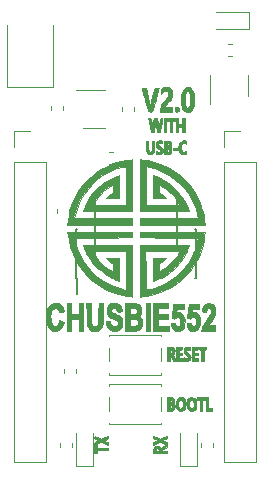
<source format=gbr>
G04 #@! TF.GenerationSoftware,KiCad,Pcbnew,(5.0.0)*
G04 #@! TF.CreationDate,2020-08-04T11:38:10+01:00*
G04 #@! TF.ProjectId,CH552-USB-Devboard,43483535322D5553422D446576626F61,rev?*
G04 #@! TF.SameCoordinates,Original*
G04 #@! TF.FileFunction,Legend,Top*
G04 #@! TF.FilePolarity,Positive*
%FSLAX46Y46*%
G04 Gerber Fmt 4.6, Leading zero omitted, Abs format (unit mm)*
G04 Created by KiCad (PCBNEW (5.0.0)) date 08/04/20 11:38:10*
%MOMM*%
%LPD*%
G01*
G04 APERTURE LIST*
%ADD10C,0.120000*%
%ADD11C,0.150000*%
%ADD12C,0.010000*%
G04 APERTURE END LIST*
D10*
G04 #@! TO.C,U3*
X80700000Y-72110000D02*
X82500000Y-72110000D01*
X82500000Y-68890000D02*
X80050000Y-68890000D01*
G04 #@! TO.C,C1*
X79510000Y-79296267D02*
X79510000Y-78953733D01*
X78490000Y-79296267D02*
X78490000Y-78953733D01*
G04 #@! TO.C,C7*
X85010000Y-70328733D02*
X85010000Y-70671267D01*
X83990000Y-70328733D02*
X83990000Y-70671267D01*
G04 #@! TO.C,J1*
X74870000Y-72330000D02*
X76200000Y-72330000D01*
X74870000Y-73660000D02*
X74870000Y-72330000D01*
X74870000Y-74930000D02*
X77530000Y-74930000D01*
X77530000Y-74930000D02*
X77530000Y-100390000D01*
X74870000Y-74930000D02*
X74870000Y-100390000D01*
X74870000Y-100390000D02*
X77530000Y-100390000D01*
G04 #@! TO.C,J2*
X92650000Y-100390000D02*
X95310000Y-100390000D01*
X92650000Y-74930000D02*
X92650000Y-100390000D01*
X95310000Y-74930000D02*
X95310000Y-100390000D01*
X92650000Y-74930000D02*
X95310000Y-74930000D01*
X92650000Y-73660000D02*
X92650000Y-72330000D01*
X92650000Y-72330000D02*
X93980000Y-72330000D01*
G04 #@! TO.C,D4*
X74240000Y-63387500D02*
X74240000Y-68597500D01*
X74240000Y-68597500D02*
X78160000Y-68597500D01*
X78160000Y-68597500D02*
X78160000Y-63387500D01*
G04 #@! TO.C,Q1*
X91390000Y-67600000D02*
X91390000Y-70050000D01*
X94610000Y-69400000D02*
X94610000Y-67600000D01*
G04 #@! TO.C,SW2*
X87275000Y-89575000D02*
X82875000Y-89575000D01*
X82875000Y-89575000D02*
X82875000Y-89695000D01*
X82875000Y-90705000D02*
X82875000Y-91845000D01*
X82875000Y-92855000D02*
X82875000Y-92975000D01*
X82875000Y-92975000D02*
X87275000Y-92975000D01*
X87275000Y-92975000D02*
X87275000Y-92855000D01*
X87275000Y-91845000D02*
X87275000Y-90705000D01*
X87275000Y-89695000D02*
X87275000Y-89575000D01*
G04 #@! TO.C,SW1*
X87275000Y-93895000D02*
X87275000Y-93775000D01*
X87275000Y-96045000D02*
X87275000Y-94905000D01*
X87275000Y-97175000D02*
X87275000Y-97055000D01*
X82875000Y-97175000D02*
X87275000Y-97175000D01*
X82875000Y-97055000D02*
X82875000Y-97175000D01*
X82875000Y-94905000D02*
X82875000Y-96045000D01*
X82875000Y-93775000D02*
X82875000Y-93895000D01*
X87275000Y-93775000D02*
X82875000Y-93775000D01*
G04 #@! TO.C,C2*
X82903733Y-74090000D02*
X83246267Y-74090000D01*
X82903733Y-75110000D02*
X83246267Y-75110000D01*
G04 #@! TO.C,C3*
X80110000Y-92846267D02*
X80110000Y-92503733D01*
X79090000Y-92846267D02*
X79090000Y-92503733D01*
G04 #@! TO.C,C4*
X79010000Y-70203733D02*
X79010000Y-70546267D01*
X77990000Y-70203733D02*
X77990000Y-70546267D01*
D11*
G04 #@! TO.C,U2*
X80129192Y-84755020D02*
X80129192Y-86130020D01*
X90254192Y-84755020D02*
X90254192Y-80605020D01*
X80104192Y-84755020D02*
X80104192Y-80605020D01*
X90254192Y-84755020D02*
X90149192Y-84755020D01*
X90254192Y-80605020D02*
X90149192Y-80605020D01*
X80104192Y-80605020D02*
X80209192Y-80605020D01*
X80104192Y-84755020D02*
X80129192Y-84755020D01*
G04 #@! TO.C,U1*
X81729192Y-83430020D02*
X81729192Y-77455020D01*
X88629192Y-81905020D02*
X88629192Y-77455020D01*
D10*
G04 #@! TO.C,D3*
X94700000Y-63700000D02*
X91900000Y-63700000D01*
X94700000Y-62300000D02*
X91900000Y-62300000D01*
X94700000Y-63700000D02*
X94700000Y-62300000D01*
G04 #@! TO.C,D2*
X80100000Y-100700000D02*
X81500000Y-100700000D01*
X81500000Y-100700000D02*
X81500000Y-97900000D01*
X80100000Y-100700000D02*
X80100000Y-97900000D01*
G04 #@! TO.C,D1*
X88900000Y-100700000D02*
X88900000Y-97900000D01*
X90300000Y-100700000D02*
X90300000Y-97900000D01*
X88900000Y-100700000D02*
X90300000Y-100700000D01*
G04 #@! TO.C,R4*
X78690000Y-99096267D02*
X78690000Y-98753733D01*
X79710000Y-99096267D02*
X79710000Y-98753733D01*
G04 #@! TO.C,R5*
X92953733Y-66010000D02*
X93296267Y-66010000D01*
X92953733Y-64990000D02*
X93296267Y-64990000D01*
G04 #@! TO.C,R3*
X90690000Y-99096267D02*
X90690000Y-98753733D01*
X91710000Y-99096267D02*
X91710000Y-98753733D01*
D12*
G04 #@! TO.C,G\002A\002A\002A*
G36*
X87877685Y-68646961D02*
X88004233Y-68695303D01*
X88110470Y-68795467D01*
X88183222Y-68938657D01*
X88219339Y-69111931D01*
X88215667Y-69302346D01*
X88186442Y-69443394D01*
X88146308Y-69554802D01*
X88089361Y-69654878D01*
X88002904Y-69763506D01*
X87934352Y-69838140D01*
X87781838Y-70002362D01*
X87672535Y-70127984D01*
X87602839Y-70219548D01*
X87569150Y-70281594D01*
X87564661Y-70304322D01*
X87577070Y-70325664D01*
X87620925Y-70339370D01*
X87706166Y-70346857D01*
X87842738Y-70349539D01*
X87882957Y-70349624D01*
X88201253Y-70349624D01*
X88201253Y-70699750D01*
X87206164Y-70699750D01*
X87221188Y-70465650D01*
X87245361Y-70279223D01*
X87296999Y-70115197D01*
X87383838Y-69957818D01*
X87513615Y-69791329D01*
X87597561Y-69699176D01*
X87693917Y-69594088D01*
X87775975Y-69498885D01*
X87831779Y-69427707D01*
X87846502Y-69404787D01*
X87874957Y-69307206D01*
X87881239Y-69187243D01*
X87864889Y-69078715D01*
X87851392Y-69045107D01*
X87785221Y-68982051D01*
X87686522Y-68960481D01*
X87569605Y-68978770D01*
X87448781Y-69035291D01*
X87365726Y-69100336D01*
X87278195Y-69183840D01*
X87278195Y-68759440D01*
X87404245Y-68695134D01*
X87551281Y-68645807D01*
X87717326Y-68629753D01*
X87877685Y-68646961D01*
X87877685Y-68646961D01*
G37*
X87877685Y-68646961D02*
X88004233Y-68695303D01*
X88110470Y-68795467D01*
X88183222Y-68938657D01*
X88219339Y-69111931D01*
X88215667Y-69302346D01*
X88186442Y-69443394D01*
X88146308Y-69554802D01*
X88089361Y-69654878D01*
X88002904Y-69763506D01*
X87934352Y-69838140D01*
X87781838Y-70002362D01*
X87672535Y-70127984D01*
X87602839Y-70219548D01*
X87569150Y-70281594D01*
X87564661Y-70304322D01*
X87577070Y-70325664D01*
X87620925Y-70339370D01*
X87706166Y-70346857D01*
X87842738Y-70349539D01*
X87882957Y-70349624D01*
X88201253Y-70349624D01*
X88201253Y-70699750D01*
X87206164Y-70699750D01*
X87221188Y-70465650D01*
X87245361Y-70279223D01*
X87296999Y-70115197D01*
X87383838Y-69957818D01*
X87513615Y-69791329D01*
X87597561Y-69699176D01*
X87693917Y-69594088D01*
X87775975Y-69498885D01*
X87831779Y-69427707D01*
X87846502Y-69404787D01*
X87874957Y-69307206D01*
X87881239Y-69187243D01*
X87864889Y-69078715D01*
X87851392Y-69045107D01*
X87785221Y-68982051D01*
X87686522Y-68960481D01*
X87569605Y-68978770D01*
X87448781Y-69035291D01*
X87365726Y-69100336D01*
X87278195Y-69183840D01*
X87278195Y-68759440D01*
X87404245Y-68695134D01*
X87551281Y-68645807D01*
X87717326Y-68629753D01*
X87877685Y-68646961D01*
G36*
X87010336Y-68666302D02*
X87072703Y-68675689D01*
X87087218Y-68684422D01*
X87079256Y-68719619D01*
X87057010Y-68807074D01*
X87022940Y-68937629D01*
X86979506Y-69102125D01*
X86929167Y-69291401D01*
X86874382Y-69496300D01*
X86817612Y-69707662D01*
X86761316Y-69916328D01*
X86707954Y-70113138D01*
X86659986Y-70288935D01*
X86619870Y-70434558D01*
X86590068Y-70540848D01*
X86573784Y-70596304D01*
X86551272Y-70655801D01*
X86519722Y-70686572D01*
X86460295Y-70698070D01*
X86367585Y-70699750D01*
X86252716Y-70692394D01*
X86188516Y-70671539D01*
X86179007Y-70659963D01*
X86165835Y-70616263D01*
X86139325Y-70521479D01*
X86101888Y-70384665D01*
X86055931Y-70214881D01*
X86003863Y-70021180D01*
X85948093Y-69812621D01*
X85891030Y-69598260D01*
X85835082Y-69387153D01*
X85782657Y-69188357D01*
X85736164Y-69010928D01*
X85698013Y-68863923D01*
X85670610Y-68756399D01*
X85656367Y-68697411D01*
X85654887Y-68689245D01*
X85683667Y-68674661D01*
X85757884Y-68665004D01*
X85829343Y-68662657D01*
X85931457Y-68665689D01*
X85987138Y-68679036D01*
X86013490Y-68709072D01*
X86021497Y-68734274D01*
X86033962Y-68785288D01*
X86058988Y-68888170D01*
X86094147Y-69032918D01*
X86137011Y-69209530D01*
X86185149Y-69408007D01*
X86207061Y-69498387D01*
X86374926Y-70190883D01*
X86559347Y-69426770D01*
X86743767Y-68662657D01*
X86915492Y-68662657D01*
X87010336Y-68666302D01*
X87010336Y-68666302D01*
G37*
X87010336Y-68666302D02*
X87072703Y-68675689D01*
X87087218Y-68684422D01*
X87079256Y-68719619D01*
X87057010Y-68807074D01*
X87022940Y-68937629D01*
X86979506Y-69102125D01*
X86929167Y-69291401D01*
X86874382Y-69496300D01*
X86817612Y-69707662D01*
X86761316Y-69916328D01*
X86707954Y-70113138D01*
X86659986Y-70288935D01*
X86619870Y-70434558D01*
X86590068Y-70540848D01*
X86573784Y-70596304D01*
X86551272Y-70655801D01*
X86519722Y-70686572D01*
X86460295Y-70698070D01*
X86367585Y-70699750D01*
X86252716Y-70692394D01*
X86188516Y-70671539D01*
X86179007Y-70659963D01*
X86165835Y-70616263D01*
X86139325Y-70521479D01*
X86101888Y-70384665D01*
X86055931Y-70214881D01*
X86003863Y-70021180D01*
X85948093Y-69812621D01*
X85891030Y-69598260D01*
X85835082Y-69387153D01*
X85782657Y-69188357D01*
X85736164Y-69010928D01*
X85698013Y-68863923D01*
X85670610Y-68756399D01*
X85656367Y-68697411D01*
X85654887Y-68689245D01*
X85683667Y-68674661D01*
X85757884Y-68665004D01*
X85829343Y-68662657D01*
X85931457Y-68665689D01*
X85987138Y-68679036D01*
X86013490Y-68709072D01*
X86021497Y-68734274D01*
X86033962Y-68785288D01*
X86058988Y-68888170D01*
X86094147Y-69032918D01*
X86137011Y-69209530D01*
X86185149Y-69408007D01*
X86207061Y-69498387D01*
X86374926Y-70190883D01*
X86559347Y-69426770D01*
X86743767Y-68662657D01*
X86915492Y-68662657D01*
X87010336Y-68666302D01*
G36*
X89672466Y-68635632D02*
X89745636Y-68658079D01*
X89815065Y-68710591D01*
X89856640Y-68750906D01*
X89927845Y-68831869D01*
X89980818Y-68919717D01*
X90018596Y-69025889D01*
X90044215Y-69161823D01*
X90060712Y-69338957D01*
X90070756Y-69557496D01*
X90070285Y-69872468D01*
X90045365Y-70132449D01*
X89994895Y-70341672D01*
X89917776Y-70504368D01*
X89812909Y-70624770D01*
X89788410Y-70644221D01*
X89673399Y-70697749D01*
X89531013Y-70720141D01*
X89390897Y-70708571D01*
X89328503Y-70688071D01*
X89237253Y-70629589D01*
X89161331Y-70555886D01*
X89085962Y-70420022D01*
X89029572Y-70236885D01*
X88992625Y-70020109D01*
X88975587Y-69783330D01*
X88976987Y-69681203D01*
X89331203Y-69681203D01*
X89332280Y-69877799D01*
X89336242Y-70022123D01*
X89344178Y-70125539D01*
X89357181Y-70199409D01*
X89376343Y-70255095D01*
X89388724Y-70279947D01*
X89456149Y-70361158D01*
X89531565Y-70381461D01*
X89608071Y-70341838D01*
X89678769Y-70243275D01*
X89681328Y-70238221D01*
X89707521Y-70177395D01*
X89725523Y-70109305D01*
X89736783Y-70020902D01*
X89742753Y-69899137D01*
X89744881Y-69730963D01*
X89744987Y-69665289D01*
X89743781Y-69479527D01*
X89739198Y-69344346D01*
X89729786Y-69246698D01*
X89714097Y-69173533D01*
X89690680Y-69111804D01*
X89681328Y-69092356D01*
X89613455Y-68995361D01*
X89540507Y-68961254D01*
X89465925Y-68990228D01*
X89396646Y-69076442D01*
X89371335Y-69125593D01*
X89353472Y-69180552D01*
X89341791Y-69253002D01*
X89335029Y-69354623D01*
X89331921Y-69497098D01*
X89331203Y-69681203D01*
X88976987Y-69681203D01*
X88978921Y-69540181D01*
X89003093Y-69304298D01*
X89048568Y-69089314D01*
X89105902Y-68929712D01*
X89196560Y-68779168D01*
X89310158Y-68684231D01*
X89457204Y-68638070D01*
X89565712Y-68630946D01*
X89672466Y-68635632D01*
X89672466Y-68635632D01*
G37*
X89672466Y-68635632D02*
X89745636Y-68658079D01*
X89815065Y-68710591D01*
X89856640Y-68750906D01*
X89927845Y-68831869D01*
X89980818Y-68919717D01*
X90018596Y-69025889D01*
X90044215Y-69161823D01*
X90060712Y-69338957D01*
X90070756Y-69557496D01*
X90070285Y-69872468D01*
X90045365Y-70132449D01*
X89994895Y-70341672D01*
X89917776Y-70504368D01*
X89812909Y-70624770D01*
X89788410Y-70644221D01*
X89673399Y-70697749D01*
X89531013Y-70720141D01*
X89390897Y-70708571D01*
X89328503Y-70688071D01*
X89237253Y-70629589D01*
X89161331Y-70555886D01*
X89085962Y-70420022D01*
X89029572Y-70236885D01*
X88992625Y-70020109D01*
X88975587Y-69783330D01*
X88976987Y-69681203D01*
X89331203Y-69681203D01*
X89332280Y-69877799D01*
X89336242Y-70022123D01*
X89344178Y-70125539D01*
X89357181Y-70199409D01*
X89376343Y-70255095D01*
X89388724Y-70279947D01*
X89456149Y-70361158D01*
X89531565Y-70381461D01*
X89608071Y-70341838D01*
X89678769Y-70243275D01*
X89681328Y-70238221D01*
X89707521Y-70177395D01*
X89725523Y-70109305D01*
X89736783Y-70020902D01*
X89742753Y-69899137D01*
X89744881Y-69730963D01*
X89744987Y-69665289D01*
X89743781Y-69479527D01*
X89739198Y-69344346D01*
X89729786Y-69246698D01*
X89714097Y-69173533D01*
X89690680Y-69111804D01*
X89681328Y-69092356D01*
X89613455Y-68995361D01*
X89540507Y-68961254D01*
X89465925Y-68990228D01*
X89396646Y-69076442D01*
X89371335Y-69125593D01*
X89353472Y-69180552D01*
X89341791Y-69253002D01*
X89335029Y-69354623D01*
X89331921Y-69497098D01*
X89331203Y-69681203D01*
X88976987Y-69681203D01*
X88978921Y-69540181D01*
X89003093Y-69304298D01*
X89048568Y-69089314D01*
X89105902Y-68929712D01*
X89196560Y-68779168D01*
X89310158Y-68684231D01*
X89457204Y-68638070D01*
X89565712Y-68630946D01*
X89672466Y-68635632D01*
G36*
X88725675Y-70304916D02*
X88781723Y-70366257D01*
X88804782Y-70476722D01*
X88806015Y-70520790D01*
X88787747Y-70621784D01*
X88735273Y-70682030D01*
X88639418Y-70726712D01*
X88557485Y-70711041D01*
X88490029Y-70647713D01*
X88435318Y-70540210D01*
X88432179Y-70436491D01*
X88475076Y-70350701D01*
X88558471Y-70296984D01*
X88631637Y-70285965D01*
X88725675Y-70304916D01*
X88725675Y-70304916D01*
G37*
X88725675Y-70304916D02*
X88781723Y-70366257D01*
X88804782Y-70476722D01*
X88806015Y-70520790D01*
X88787747Y-70621784D01*
X88735273Y-70682030D01*
X88639418Y-70726712D01*
X88557485Y-70711041D01*
X88490029Y-70647713D01*
X88435318Y-70540210D01*
X88432179Y-70436491D01*
X88475076Y-70350701D01*
X88558471Y-70296984D01*
X88631637Y-70285965D01*
X88725675Y-70304916D01*
G36*
X88742356Y-71750126D02*
X89092481Y-71750126D01*
X89092481Y-71272682D01*
X89283458Y-71272682D01*
X89283458Y-72418547D01*
X89092481Y-72418547D01*
X89092481Y-71972933D01*
X88742356Y-71972933D01*
X88742356Y-72418547D01*
X88551378Y-72418547D01*
X88551378Y-71272682D01*
X88742356Y-71272682D01*
X88742356Y-71750126D01*
X88742356Y-71750126D01*
G37*
X88742356Y-71750126D02*
X89092481Y-71750126D01*
X89092481Y-71272682D01*
X89283458Y-71272682D01*
X89283458Y-72418547D01*
X89092481Y-72418547D01*
X89092481Y-71972933D01*
X88742356Y-71972933D01*
X88742356Y-72418547D01*
X88551378Y-72418547D01*
X88551378Y-71272682D01*
X88742356Y-71272682D01*
X88742356Y-71750126D01*
G36*
X88455889Y-71384086D02*
X88452035Y-71455413D01*
X88428236Y-71487112D01*
X88366140Y-71495240D01*
X88328571Y-71495489D01*
X88201253Y-71495489D01*
X88201253Y-72418547D01*
X88010275Y-72418547D01*
X88010275Y-71495489D01*
X87898872Y-71495489D01*
X87824206Y-71490562D01*
X87793584Y-71462763D01*
X87787482Y-71392565D01*
X87787468Y-71384086D01*
X87787468Y-71272682D01*
X88455889Y-71272682D01*
X88455889Y-71384086D01*
X88455889Y-71384086D01*
G37*
X88455889Y-71384086D02*
X88452035Y-71455413D01*
X88428236Y-71487112D01*
X88366140Y-71495240D01*
X88328571Y-71495489D01*
X88201253Y-71495489D01*
X88201253Y-72418547D01*
X88010275Y-72418547D01*
X88010275Y-71495489D01*
X87898872Y-71495489D01*
X87824206Y-71490562D01*
X87793584Y-71462763D01*
X87787482Y-71392565D01*
X87787468Y-71384086D01*
X87787468Y-71272682D01*
X88455889Y-71272682D01*
X88455889Y-71384086D01*
G36*
X87691980Y-72418547D02*
X87501002Y-72418547D01*
X87501002Y-71272682D01*
X87691980Y-71272682D01*
X87691980Y-72418547D01*
X87691980Y-72418547D01*
G37*
X87691980Y-72418547D02*
X87501002Y-72418547D01*
X87501002Y-71272682D01*
X87691980Y-71272682D01*
X87691980Y-72418547D01*
G36*
X86377148Y-71274997D02*
X86400675Y-71291577D01*
X86419789Y-71330607D01*
X86438340Y-71401210D01*
X86460179Y-71512511D01*
X86489154Y-71673636D01*
X86502890Y-71750126D01*
X86557457Y-72052507D01*
X86638493Y-71662594D01*
X86719529Y-71272682D01*
X86920755Y-71272682D01*
X86995815Y-71662255D01*
X87070875Y-72051829D01*
X87127763Y-71733872D01*
X87159680Y-71555223D01*
X87183347Y-71429747D01*
X87202471Y-71348095D01*
X87220762Y-71300913D01*
X87241926Y-71278850D01*
X87269673Y-71272555D01*
X87307710Y-71272675D01*
X87310631Y-71272682D01*
X87377425Y-71281217D01*
X87405511Y-71301763D01*
X87405513Y-71301965D01*
X87399212Y-71343131D01*
X87382093Y-71432919D01*
X87356834Y-71557739D01*
X87328698Y-71691878D01*
X87293522Y-71857926D01*
X87259116Y-72021909D01*
X87230095Y-72161746D01*
X87215037Y-72235527D01*
X87192562Y-72337829D01*
X87170158Y-72392483D01*
X87136183Y-72414412D01*
X87078992Y-72418539D01*
X87072241Y-72418547D01*
X87033972Y-72418662D01*
X87004682Y-72413527D01*
X86981107Y-72394922D01*
X86959983Y-72354625D01*
X86938045Y-72284418D01*
X86912029Y-72176079D01*
X86878670Y-72021389D01*
X86838401Y-71829700D01*
X86811631Y-71702381D01*
X86776829Y-71861529D01*
X86750364Y-71984787D01*
X86719753Y-72130507D01*
X86701362Y-72219612D01*
X86660697Y-72418547D01*
X86433957Y-72418547D01*
X86325639Y-71885401D01*
X86289103Y-71707227D01*
X86256136Y-71549559D01*
X86229119Y-71423536D01*
X86210431Y-71340297D01*
X86203250Y-71312469D01*
X86218230Y-71283317D01*
X86292017Y-71272751D01*
X86301459Y-71272682D01*
X86345360Y-71271740D01*
X86377148Y-71274997D01*
X86377148Y-71274997D01*
G37*
X86377148Y-71274997D02*
X86400675Y-71291577D01*
X86419789Y-71330607D01*
X86438340Y-71401210D01*
X86460179Y-71512511D01*
X86489154Y-71673636D01*
X86502890Y-71750126D01*
X86557457Y-72052507D01*
X86638493Y-71662594D01*
X86719529Y-71272682D01*
X86920755Y-71272682D01*
X86995815Y-71662255D01*
X87070875Y-72051829D01*
X87127763Y-71733872D01*
X87159680Y-71555223D01*
X87183347Y-71429747D01*
X87202471Y-71348095D01*
X87220762Y-71300913D01*
X87241926Y-71278850D01*
X87269673Y-71272555D01*
X87307710Y-71272675D01*
X87310631Y-71272682D01*
X87377425Y-71281217D01*
X87405511Y-71301763D01*
X87405513Y-71301965D01*
X87399212Y-71343131D01*
X87382093Y-71432919D01*
X87356834Y-71557739D01*
X87328698Y-71691878D01*
X87293522Y-71857926D01*
X87259116Y-72021909D01*
X87230095Y-72161746D01*
X87215037Y-72235527D01*
X87192562Y-72337829D01*
X87170158Y-72392483D01*
X87136183Y-72414412D01*
X87078992Y-72418539D01*
X87072241Y-72418547D01*
X87033972Y-72418662D01*
X87004682Y-72413527D01*
X86981107Y-72394922D01*
X86959983Y-72354625D01*
X86938045Y-72284418D01*
X86912029Y-72176079D01*
X86878670Y-72021389D01*
X86838401Y-71829700D01*
X86811631Y-71702381D01*
X86776829Y-71861529D01*
X86750364Y-71984787D01*
X86719753Y-72130507D01*
X86701362Y-72219612D01*
X86660697Y-72418547D01*
X86433957Y-72418547D01*
X86325639Y-71885401D01*
X86289103Y-71707227D01*
X86256136Y-71549559D01*
X86229119Y-71423536D01*
X86210431Y-71340297D01*
X86203250Y-71312469D01*
X86218230Y-71283317D01*
X86292017Y-71272751D01*
X86301459Y-71272682D01*
X86345360Y-71271740D01*
X86377148Y-71274997D01*
G36*
X88571885Y-73756992D02*
X88623976Y-73767500D01*
X88643747Y-73795460D01*
X88646867Y-73849417D01*
X88646867Y-73850878D01*
X88643927Y-73905467D01*
X88624662Y-73933880D01*
X88573403Y-73944665D01*
X88474481Y-73946366D01*
X88471804Y-73946366D01*
X88371724Y-73944763D01*
X88319632Y-73934255D01*
X88299861Y-73906295D01*
X88296742Y-73852338D01*
X88296741Y-73850878D01*
X88299681Y-73796288D01*
X88318946Y-73767875D01*
X88370205Y-73757091D01*
X88469127Y-73755389D01*
X88471804Y-73755389D01*
X88571885Y-73756992D01*
X88571885Y-73756992D01*
G37*
X88571885Y-73756992D02*
X88623976Y-73767500D01*
X88643747Y-73795460D01*
X88646867Y-73849417D01*
X88646867Y-73850878D01*
X88643927Y-73905467D01*
X88624662Y-73933880D01*
X88573403Y-73944665D01*
X88474481Y-73946366D01*
X88471804Y-73946366D01*
X88371724Y-73944763D01*
X88319632Y-73934255D01*
X88299861Y-73906295D01*
X88296742Y-73852338D01*
X88296741Y-73850878D01*
X88299681Y-73796288D01*
X88318946Y-73767875D01*
X88370205Y-73757091D01*
X88469127Y-73755389D01*
X88471804Y-73755389D01*
X88571885Y-73756992D01*
G36*
X87920992Y-73162316D02*
X88037315Y-73200343D01*
X88106763Y-73269145D01*
X88135787Y-73373160D01*
X88137594Y-73416406D01*
X88126576Y-73518211D01*
X88099260Y-73602794D01*
X88090859Y-73616969D01*
X88062077Y-73671397D01*
X88078899Y-73713135D01*
X88106774Y-73740388D01*
X88148409Y-73799263D01*
X88166482Y-73889104D01*
X88168411Y-73959257D01*
X88153460Y-74099492D01*
X88105776Y-74197505D01*
X88018051Y-74259071D01*
X87882981Y-74289968D01*
X87741816Y-74296492D01*
X87532832Y-74296492D01*
X87532832Y-73962281D01*
X87755639Y-73962281D01*
X87759985Y-74052112D01*
X87777575Y-74094542D01*
X87815239Y-74105505D01*
X87817024Y-74105514D01*
X87889105Y-74083893D01*
X87928428Y-74055496D01*
X87974533Y-73974986D01*
X87966472Y-73896826D01*
X87911801Y-73838956D01*
X87828847Y-73819048D01*
X87783525Y-73826060D01*
X87762055Y-73858328D01*
X87755825Y-73932699D01*
X87755639Y-73962281D01*
X87532832Y-73962281D01*
X87532832Y-73468923D01*
X87755639Y-73468923D01*
X87761659Y-73553416D01*
X87784336Y-73590389D01*
X87812932Y-73596241D01*
X87883537Y-73576089D01*
X87908421Y-73558046D01*
X87944390Y-73485787D01*
X87927402Y-73412860D01*
X87885050Y-73374554D01*
X87810722Y-73345289D01*
X87770819Y-73363046D01*
X87756360Y-73434374D01*
X87755639Y-73468923D01*
X87532832Y-73468923D01*
X87532832Y-73150627D01*
X87751346Y-73150627D01*
X87920992Y-73162316D01*
X87920992Y-73162316D01*
G37*
X87920992Y-73162316D02*
X88037315Y-73200343D01*
X88106763Y-73269145D01*
X88135787Y-73373160D01*
X88137594Y-73416406D01*
X88126576Y-73518211D01*
X88099260Y-73602794D01*
X88090859Y-73616969D01*
X88062077Y-73671397D01*
X88078899Y-73713135D01*
X88106774Y-73740388D01*
X88148409Y-73799263D01*
X88166482Y-73889104D01*
X88168411Y-73959257D01*
X88153460Y-74099492D01*
X88105776Y-74197505D01*
X88018051Y-74259071D01*
X87882981Y-74289968D01*
X87741816Y-74296492D01*
X87532832Y-74296492D01*
X87532832Y-73962281D01*
X87755639Y-73962281D01*
X87759985Y-74052112D01*
X87777575Y-74094542D01*
X87815239Y-74105505D01*
X87817024Y-74105514D01*
X87889105Y-74083893D01*
X87928428Y-74055496D01*
X87974533Y-73974986D01*
X87966472Y-73896826D01*
X87911801Y-73838956D01*
X87828847Y-73819048D01*
X87783525Y-73826060D01*
X87762055Y-73858328D01*
X87755825Y-73932699D01*
X87755639Y-73962281D01*
X87532832Y-73962281D01*
X87532832Y-73468923D01*
X87755639Y-73468923D01*
X87761659Y-73553416D01*
X87784336Y-73590389D01*
X87812932Y-73596241D01*
X87883537Y-73576089D01*
X87908421Y-73558046D01*
X87944390Y-73485787D01*
X87927402Y-73412860D01*
X87885050Y-73374554D01*
X87810722Y-73345289D01*
X87770819Y-73363046D01*
X87756360Y-73434374D01*
X87755639Y-73468923D01*
X87532832Y-73468923D01*
X87532832Y-73150627D01*
X87751346Y-73150627D01*
X87920992Y-73162316D01*
G36*
X89300661Y-73141087D02*
X89372319Y-73158019D01*
X89403397Y-73191497D01*
X89410693Y-73263033D01*
X89410777Y-73282110D01*
X89408219Y-73360331D01*
X89401854Y-73402750D01*
X89399612Y-73405264D01*
X89365089Y-73395871D01*
X89295855Y-73372973D01*
X89287663Y-73370130D01*
X89202830Y-73351529D01*
X89133167Y-73371581D01*
X89105192Y-73388521D01*
X89014081Y-73483318D01*
X88959800Y-73612363D01*
X88943975Y-73756865D01*
X88968230Y-73898035D01*
X89034192Y-74017081D01*
X89049396Y-74033493D01*
X89123246Y-74085818D01*
X89209464Y-74096765D01*
X89325405Y-74067646D01*
X89355075Y-74056593D01*
X89392425Y-74052225D01*
X89408180Y-74087494D01*
X89410777Y-74147975D01*
X89403890Y-74227479D01*
X89386999Y-74274835D01*
X89383868Y-74277535D01*
X89324504Y-74295726D01*
X89230283Y-74308643D01*
X89129945Y-74313789D01*
X89052233Y-74308670D01*
X89044736Y-74306977D01*
X88949578Y-74256123D01*
X88858175Y-74165393D01*
X88790424Y-74056490D01*
X88774161Y-74011835D01*
X88755354Y-73910809D01*
X88744017Y-73785695D01*
X88742533Y-73730494D01*
X88765335Y-73529266D01*
X88830494Y-73363158D01*
X88932458Y-73238035D01*
X89065671Y-73159764D01*
X89224580Y-73134209D01*
X89300661Y-73141087D01*
X89300661Y-73141087D01*
G37*
X89300661Y-73141087D02*
X89372319Y-73158019D01*
X89403397Y-73191497D01*
X89410693Y-73263033D01*
X89410777Y-73282110D01*
X89408219Y-73360331D01*
X89401854Y-73402750D01*
X89399612Y-73405264D01*
X89365089Y-73395871D01*
X89295855Y-73372973D01*
X89287663Y-73370130D01*
X89202830Y-73351529D01*
X89133167Y-73371581D01*
X89105192Y-73388521D01*
X89014081Y-73483318D01*
X88959800Y-73612363D01*
X88943975Y-73756865D01*
X88968230Y-73898035D01*
X89034192Y-74017081D01*
X89049396Y-74033493D01*
X89123246Y-74085818D01*
X89209464Y-74096765D01*
X89325405Y-74067646D01*
X89355075Y-74056593D01*
X89392425Y-74052225D01*
X89408180Y-74087494D01*
X89410777Y-74147975D01*
X89403890Y-74227479D01*
X89386999Y-74274835D01*
X89383868Y-74277535D01*
X89324504Y-74295726D01*
X89230283Y-74308643D01*
X89129945Y-74313789D01*
X89052233Y-74308670D01*
X89044736Y-74306977D01*
X88949578Y-74256123D01*
X88858175Y-74165393D01*
X88790424Y-74056490D01*
X88774161Y-74011835D01*
X88755354Y-73910809D01*
X88744017Y-73785695D01*
X88742533Y-73730494D01*
X88765335Y-73529266D01*
X88830494Y-73363158D01*
X88932458Y-73238035D01*
X89065671Y-73159764D01*
X89224580Y-73134209D01*
X89300661Y-73141087D01*
G36*
X87283607Y-73142845D02*
X87359803Y-73166492D01*
X87396578Y-73216535D01*
X87405513Y-73292861D01*
X87403031Y-73372541D01*
X87384975Y-73399886D01*
X87335433Y-73386216D01*
X87297955Y-73369394D01*
X87206218Y-73349175D01*
X87137309Y-73354086D01*
X87071246Y-73394244D01*
X87054123Y-73458369D01*
X87085537Y-73530207D01*
X87142919Y-73580786D01*
X87299165Y-73700692D01*
X87394093Y-73825519D01*
X87430044Y-73960102D01*
X87409361Y-74109277D01*
X87405182Y-74122435D01*
X87339024Y-74230492D01*
X87232114Y-74298841D01*
X87096541Y-74323272D01*
X86944395Y-74299576D01*
X86920112Y-74291326D01*
X86861921Y-74260406D01*
X86837163Y-74209874D01*
X86832581Y-74134691D01*
X86835719Y-74047875D01*
X86853387Y-74016321D01*
X86897965Y-74031666D01*
X86943047Y-74060083D01*
X87032967Y-74094582D01*
X87109033Y-74099870D01*
X87178486Y-74077438D01*
X87206373Y-74019747D01*
X87208337Y-74005751D01*
X87201595Y-73939181D01*
X87153968Y-73884721D01*
X87112306Y-73856547D01*
X86976112Y-73758389D01*
X86893148Y-73659972D01*
X86854348Y-73547913D01*
X86848496Y-73467082D01*
X86871843Y-73317664D01*
X86940717Y-73212069D01*
X87053364Y-73152167D01*
X87156449Y-73138439D01*
X87283607Y-73142845D01*
X87283607Y-73142845D01*
G37*
X87283607Y-73142845D02*
X87359803Y-73166492D01*
X87396578Y-73216535D01*
X87405513Y-73292861D01*
X87403031Y-73372541D01*
X87384975Y-73399886D01*
X87335433Y-73386216D01*
X87297955Y-73369394D01*
X87206218Y-73349175D01*
X87137309Y-73354086D01*
X87071246Y-73394244D01*
X87054123Y-73458369D01*
X87085537Y-73530207D01*
X87142919Y-73580786D01*
X87299165Y-73700692D01*
X87394093Y-73825519D01*
X87430044Y-73960102D01*
X87409361Y-74109277D01*
X87405182Y-74122435D01*
X87339024Y-74230492D01*
X87232114Y-74298841D01*
X87096541Y-74323272D01*
X86944395Y-74299576D01*
X86920112Y-74291326D01*
X86861921Y-74260406D01*
X86837163Y-74209874D01*
X86832581Y-74134691D01*
X86835719Y-74047875D01*
X86853387Y-74016321D01*
X86897965Y-74031666D01*
X86943047Y-74060083D01*
X87032967Y-74094582D01*
X87109033Y-74099870D01*
X87178486Y-74077438D01*
X87206373Y-74019747D01*
X87208337Y-74005751D01*
X87201595Y-73939181D01*
X87153968Y-73884721D01*
X87112306Y-73856547D01*
X86976112Y-73758389D01*
X86893148Y-73659972D01*
X86854348Y-73547913D01*
X86848496Y-73467082D01*
X86871843Y-73317664D01*
X86940717Y-73212069D01*
X87053364Y-73152167D01*
X87156449Y-73138439D01*
X87283607Y-73142845D01*
G36*
X86195990Y-73511917D02*
X86199003Y-73667840D01*
X86207160Y-73809564D01*
X86219133Y-73919394D01*
X86230480Y-73972146D01*
X86282258Y-74060426D01*
X86350451Y-74095854D01*
X86423001Y-74074687D01*
X86456608Y-74042372D01*
X86481006Y-74003454D01*
X86497543Y-73949893D01*
X86507646Y-73869755D01*
X86512747Y-73751106D01*
X86514274Y-73582013D01*
X86514285Y-73560885D01*
X86514285Y-73150627D01*
X86705263Y-73150627D01*
X86705144Y-73604198D01*
X86704097Y-73788743D01*
X86700139Y-73921859D01*
X86691875Y-74015761D01*
X86677913Y-74082660D01*
X86656857Y-74134771D01*
X86641470Y-74162009D01*
X86543909Y-74269393D01*
X86422038Y-74320999D01*
X86286034Y-74314559D01*
X86174071Y-74266199D01*
X86112606Y-74217489D01*
X86067451Y-74150905D01*
X86036370Y-74057060D01*
X86017130Y-73926561D01*
X86007495Y-73750021D01*
X86005190Y-73556454D01*
X86005012Y-73150627D01*
X86195990Y-73150627D01*
X86195990Y-73511917D01*
X86195990Y-73511917D01*
G37*
X86195990Y-73511917D02*
X86199003Y-73667840D01*
X86207160Y-73809564D01*
X86219133Y-73919394D01*
X86230480Y-73972146D01*
X86282258Y-74060426D01*
X86350451Y-74095854D01*
X86423001Y-74074687D01*
X86456608Y-74042372D01*
X86481006Y-74003454D01*
X86497543Y-73949893D01*
X86507646Y-73869755D01*
X86512747Y-73751106D01*
X86514274Y-73582013D01*
X86514285Y-73560885D01*
X86514285Y-73150627D01*
X86705263Y-73150627D01*
X86705144Y-73604198D01*
X86704097Y-73788743D01*
X86700139Y-73921859D01*
X86691875Y-74015761D01*
X86677913Y-74082660D01*
X86656857Y-74134771D01*
X86641470Y-74162009D01*
X86543909Y-74269393D01*
X86422038Y-74320999D01*
X86286034Y-74314559D01*
X86174071Y-74266199D01*
X86112606Y-74217489D01*
X86067451Y-74150905D01*
X86036370Y-74057060D01*
X86017130Y-73926561D01*
X86007495Y-73750021D01*
X86005190Y-73556454D01*
X86005012Y-73150627D01*
X86195990Y-73150627D01*
X86195990Y-73511917D01*
G36*
X85631015Y-74762434D02*
X86184783Y-74838808D01*
X86694593Y-74949910D01*
X87171826Y-75099005D01*
X87627862Y-75289355D01*
X87843436Y-75396787D01*
X88373056Y-75709500D01*
X88861163Y-76068989D01*
X89305419Y-76472308D01*
X89703488Y-76916512D01*
X90053032Y-77398656D01*
X90351715Y-77915796D01*
X90597199Y-78464986D01*
X90787147Y-79043281D01*
X90812078Y-79137722D01*
X90848466Y-79297587D01*
X90884567Y-79486206D01*
X90917569Y-79685333D01*
X90944658Y-79876725D01*
X90963022Y-80042136D01*
X90969843Y-80161091D01*
X90970426Y-80280452D01*
X85463909Y-80280452D01*
X85463909Y-79739349D01*
X87930701Y-79739349D01*
X88402575Y-79739156D01*
X88814301Y-79738538D01*
X89169392Y-79737440D01*
X89471358Y-79735805D01*
X89723711Y-79733576D01*
X89929963Y-79730696D01*
X90093623Y-79727109D01*
X90218205Y-79722758D01*
X90307218Y-79717586D01*
X90364174Y-79711537D01*
X90392584Y-79704555D01*
X90397408Y-79699562D01*
X90389914Y-79654449D01*
X90369597Y-79561477D01*
X90339602Y-79434410D01*
X90304769Y-79293735D01*
X90131559Y-78733969D01*
X89903040Y-78205691D01*
X89619423Y-77709268D01*
X89280919Y-77245066D01*
X88887738Y-76813450D01*
X88864522Y-76790655D01*
X88421705Y-76401094D01*
X87948855Y-76067659D01*
X87446069Y-75790402D01*
X86913446Y-75569376D01*
X86351082Y-75404633D01*
X86251691Y-75382046D01*
X85973183Y-75321337D01*
X85973183Y-78625314D01*
X88870968Y-78625314D01*
X88809465Y-78505953D01*
X88644407Y-78233215D01*
X88429485Y-77952157D01*
X88175532Y-77673667D01*
X87893377Y-77408631D01*
X87593849Y-77167937D01*
X87287780Y-76962473D01*
X87254323Y-76942575D01*
X87087218Y-76844509D01*
X87087332Y-77527193D01*
X87222550Y-77612794D01*
X87317297Y-77679784D01*
X87431760Y-77770550D01*
X87532832Y-77858029D01*
X87707894Y-78017662D01*
X86577944Y-78020552D01*
X86577944Y-77049750D01*
X86578422Y-76808479D01*
X86579775Y-76589071D01*
X86581883Y-76399241D01*
X86584624Y-76246706D01*
X86587879Y-76139182D01*
X86591526Y-76084384D01*
X86593133Y-76078948D01*
X86647001Y-76092218D01*
X86745214Y-76128386D01*
X86875122Y-76181993D01*
X87024076Y-76247576D01*
X87179428Y-76319676D01*
X87328528Y-76392832D01*
X87372888Y-76415590D01*
X87803155Y-76673411D01*
X88208537Y-76984099D01*
X88582242Y-77340018D01*
X88917482Y-77733535D01*
X89207464Y-78157014D01*
X89445398Y-78602822D01*
X89558424Y-78872720D01*
X89596708Y-78978786D01*
X89623779Y-79062126D01*
X89633584Y-79103484D01*
X89602028Y-79110226D01*
X89508448Y-79116199D01*
X89354474Y-79121378D01*
X89141736Y-79125738D01*
X88871865Y-79129256D01*
X88546491Y-79131907D01*
X88167244Y-79133667D01*
X87735755Y-79134511D01*
X87548747Y-79134587D01*
X85463909Y-79134587D01*
X85463909Y-74745105D01*
X85631015Y-74762434D01*
X85631015Y-74762434D01*
G37*
X85631015Y-74762434D02*
X86184783Y-74838808D01*
X86694593Y-74949910D01*
X87171826Y-75099005D01*
X87627862Y-75289355D01*
X87843436Y-75396787D01*
X88373056Y-75709500D01*
X88861163Y-76068989D01*
X89305419Y-76472308D01*
X89703488Y-76916512D01*
X90053032Y-77398656D01*
X90351715Y-77915796D01*
X90597199Y-78464986D01*
X90787147Y-79043281D01*
X90812078Y-79137722D01*
X90848466Y-79297587D01*
X90884567Y-79486206D01*
X90917569Y-79685333D01*
X90944658Y-79876725D01*
X90963022Y-80042136D01*
X90969843Y-80161091D01*
X90970426Y-80280452D01*
X85463909Y-80280452D01*
X85463909Y-79739349D01*
X87930701Y-79739349D01*
X88402575Y-79739156D01*
X88814301Y-79738538D01*
X89169392Y-79737440D01*
X89471358Y-79735805D01*
X89723711Y-79733576D01*
X89929963Y-79730696D01*
X90093623Y-79727109D01*
X90218205Y-79722758D01*
X90307218Y-79717586D01*
X90364174Y-79711537D01*
X90392584Y-79704555D01*
X90397408Y-79699562D01*
X90389914Y-79654449D01*
X90369597Y-79561477D01*
X90339602Y-79434410D01*
X90304769Y-79293735D01*
X90131559Y-78733969D01*
X89903040Y-78205691D01*
X89619423Y-77709268D01*
X89280919Y-77245066D01*
X88887738Y-76813450D01*
X88864522Y-76790655D01*
X88421705Y-76401094D01*
X87948855Y-76067659D01*
X87446069Y-75790402D01*
X86913446Y-75569376D01*
X86351082Y-75404633D01*
X86251691Y-75382046D01*
X85973183Y-75321337D01*
X85973183Y-78625314D01*
X88870968Y-78625314D01*
X88809465Y-78505953D01*
X88644407Y-78233215D01*
X88429485Y-77952157D01*
X88175532Y-77673667D01*
X87893377Y-77408631D01*
X87593849Y-77167937D01*
X87287780Y-76962473D01*
X87254323Y-76942575D01*
X87087218Y-76844509D01*
X87087332Y-77527193D01*
X87222550Y-77612794D01*
X87317297Y-77679784D01*
X87431760Y-77770550D01*
X87532832Y-77858029D01*
X87707894Y-78017662D01*
X86577944Y-78020552D01*
X86577944Y-77049750D01*
X86578422Y-76808479D01*
X86579775Y-76589071D01*
X86581883Y-76399241D01*
X86584624Y-76246706D01*
X86587879Y-76139182D01*
X86591526Y-76084384D01*
X86593133Y-76078948D01*
X86647001Y-76092218D01*
X86745214Y-76128386D01*
X86875122Y-76181993D01*
X87024076Y-76247576D01*
X87179428Y-76319676D01*
X87328528Y-76392832D01*
X87372888Y-76415590D01*
X87803155Y-76673411D01*
X88208537Y-76984099D01*
X88582242Y-77340018D01*
X88917482Y-77733535D01*
X89207464Y-78157014D01*
X89445398Y-78602822D01*
X89558424Y-78872720D01*
X89596708Y-78978786D01*
X89623779Y-79062126D01*
X89633584Y-79103484D01*
X89602028Y-79110226D01*
X89508448Y-79116199D01*
X89354474Y-79121378D01*
X89141736Y-79125738D01*
X88871865Y-79129256D01*
X88546491Y-79131907D01*
X88167244Y-79133667D01*
X87735755Y-79134511D01*
X87548747Y-79134587D01*
X85463909Y-79134587D01*
X85463909Y-74745105D01*
X85631015Y-74762434D01*
G36*
X84859148Y-79134587D02*
X80685183Y-79134587D01*
X80707423Y-79062970D01*
X80729628Y-79002412D01*
X80770146Y-78901207D01*
X80821820Y-78777051D01*
X80846326Y-78719524D01*
X81091444Y-78227268D01*
X81387036Y-77772565D01*
X81730232Y-77358237D01*
X82118157Y-76987105D01*
X82547938Y-76661990D01*
X83016703Y-76385712D01*
X83405651Y-76206709D01*
X83535124Y-76154345D01*
X83641130Y-76112369D01*
X83710900Y-76085784D01*
X83731904Y-76078948D01*
X83735187Y-76109491D01*
X83738172Y-76195977D01*
X83740755Y-76330690D01*
X83742830Y-76505914D01*
X83744293Y-76713932D01*
X83745038Y-76947028D01*
X83745112Y-77049750D01*
X83745112Y-78020552D01*
X83180137Y-78020466D01*
X82615163Y-78020380D01*
X82758396Y-77893984D01*
X82869038Y-77801642D01*
X82996655Y-77702586D01*
X83068734Y-77650058D01*
X83235839Y-77532527D01*
X83235839Y-77203607D01*
X83233477Y-77067595D01*
X83227094Y-76958981D01*
X83217748Y-76891017D01*
X83209600Y-76874687D01*
X83173899Y-76891158D01*
X83097026Y-76935841D01*
X82990781Y-77001647D01*
X82883347Y-77070751D01*
X82653697Y-77238468D01*
X82410901Y-77446504D01*
X82170431Y-77679432D01*
X81947756Y-77921822D01*
X81758348Y-78158248D01*
X81680095Y-78270714D01*
X81601842Y-78392734D01*
X81538584Y-78495942D01*
X81497451Y-78568396D01*
X81485213Y-78596968D01*
X81516102Y-78603105D01*
X81605011Y-78608720D01*
X81746304Y-78613703D01*
X81934341Y-78617942D01*
X82163485Y-78621325D01*
X82428099Y-78623740D01*
X82722545Y-78625076D01*
X82917543Y-78625314D01*
X84349874Y-78625314D01*
X84349874Y-76986091D01*
X84349838Y-76621431D01*
X84349590Y-76315308D01*
X84348927Y-76062602D01*
X84347642Y-75858191D01*
X84345528Y-75696953D01*
X84342382Y-75573766D01*
X84337996Y-75483510D01*
X84332166Y-75421063D01*
X84324684Y-75381304D01*
X84315347Y-75359110D01*
X84303947Y-75349361D01*
X84290279Y-75346935D01*
X84284026Y-75346868D01*
X84226493Y-75354460D01*
X84123807Y-75374938D01*
X83992343Y-75404852D01*
X83894398Y-75428942D01*
X83340991Y-75601131D01*
X82817079Y-75828090D01*
X82325671Y-76106700D01*
X81869776Y-76433843D01*
X81452402Y-76806402D01*
X81076558Y-77221257D01*
X80745253Y-77675291D01*
X80461496Y-78165386D01*
X80228295Y-78688423D01*
X80048658Y-79241284D01*
X79991715Y-79473494D01*
X79932476Y-79739349D01*
X84859148Y-79739349D01*
X84859148Y-80280452D01*
X79349470Y-80280452D01*
X79369431Y-80081517D01*
X79452276Y-79496477D01*
X79581691Y-78946480D01*
X79761401Y-78421292D01*
X79995128Y-77910679D01*
X80286597Y-77404406D01*
X80414713Y-77208898D01*
X80538574Y-77043323D01*
X80701882Y-76850792D01*
X80893280Y-76642702D01*
X81101408Y-76430452D01*
X81314909Y-76225441D01*
X81522424Y-76039068D01*
X81712593Y-75882730D01*
X81803508Y-75815210D01*
X82177254Y-75576154D01*
X82587944Y-75358541D01*
X83021616Y-75167694D01*
X83464308Y-75008937D01*
X83902055Y-74887596D01*
X84320897Y-74808995D01*
X84493107Y-74789541D01*
X84616465Y-74777568D01*
X84722926Y-74765203D01*
X84787531Y-74755451D01*
X84859148Y-74740893D01*
X84859148Y-79134587D01*
X84859148Y-79134587D01*
G37*
X84859148Y-79134587D02*
X80685183Y-79134587D01*
X80707423Y-79062970D01*
X80729628Y-79002412D01*
X80770146Y-78901207D01*
X80821820Y-78777051D01*
X80846326Y-78719524D01*
X81091444Y-78227268D01*
X81387036Y-77772565D01*
X81730232Y-77358237D01*
X82118157Y-76987105D01*
X82547938Y-76661990D01*
X83016703Y-76385712D01*
X83405651Y-76206709D01*
X83535124Y-76154345D01*
X83641130Y-76112369D01*
X83710900Y-76085784D01*
X83731904Y-76078948D01*
X83735187Y-76109491D01*
X83738172Y-76195977D01*
X83740755Y-76330690D01*
X83742830Y-76505914D01*
X83744293Y-76713932D01*
X83745038Y-76947028D01*
X83745112Y-77049750D01*
X83745112Y-78020552D01*
X83180137Y-78020466D01*
X82615163Y-78020380D01*
X82758396Y-77893984D01*
X82869038Y-77801642D01*
X82996655Y-77702586D01*
X83068734Y-77650058D01*
X83235839Y-77532527D01*
X83235839Y-77203607D01*
X83233477Y-77067595D01*
X83227094Y-76958981D01*
X83217748Y-76891017D01*
X83209600Y-76874687D01*
X83173899Y-76891158D01*
X83097026Y-76935841D01*
X82990781Y-77001647D01*
X82883347Y-77070751D01*
X82653697Y-77238468D01*
X82410901Y-77446504D01*
X82170431Y-77679432D01*
X81947756Y-77921822D01*
X81758348Y-78158248D01*
X81680095Y-78270714D01*
X81601842Y-78392734D01*
X81538584Y-78495942D01*
X81497451Y-78568396D01*
X81485213Y-78596968D01*
X81516102Y-78603105D01*
X81605011Y-78608720D01*
X81746304Y-78613703D01*
X81934341Y-78617942D01*
X82163485Y-78621325D01*
X82428099Y-78623740D01*
X82722545Y-78625076D01*
X82917543Y-78625314D01*
X84349874Y-78625314D01*
X84349874Y-76986091D01*
X84349838Y-76621431D01*
X84349590Y-76315308D01*
X84348927Y-76062602D01*
X84347642Y-75858191D01*
X84345528Y-75696953D01*
X84342382Y-75573766D01*
X84337996Y-75483510D01*
X84332166Y-75421063D01*
X84324684Y-75381304D01*
X84315347Y-75359110D01*
X84303947Y-75349361D01*
X84290279Y-75346935D01*
X84284026Y-75346868D01*
X84226493Y-75354460D01*
X84123807Y-75374938D01*
X83992343Y-75404852D01*
X83894398Y-75428942D01*
X83340991Y-75601131D01*
X82817079Y-75828090D01*
X82325671Y-76106700D01*
X81869776Y-76433843D01*
X81452402Y-76806402D01*
X81076558Y-77221257D01*
X80745253Y-77675291D01*
X80461496Y-78165386D01*
X80228295Y-78688423D01*
X80048658Y-79241284D01*
X79991715Y-79473494D01*
X79932476Y-79739349D01*
X84859148Y-79739349D01*
X84859148Y-80280452D01*
X79349470Y-80280452D01*
X79369431Y-80081517D01*
X79452276Y-79496477D01*
X79581691Y-78946480D01*
X79761401Y-78421292D01*
X79995128Y-77910679D01*
X80286597Y-77404406D01*
X80414713Y-77208898D01*
X80538574Y-77043323D01*
X80701882Y-76850792D01*
X80893280Y-76642702D01*
X81101408Y-76430452D01*
X81314909Y-76225441D01*
X81522424Y-76039068D01*
X81712593Y-75882730D01*
X81803508Y-75815210D01*
X82177254Y-75576154D01*
X82587944Y-75358541D01*
X83021616Y-75167694D01*
X83464308Y-75008937D01*
X83902055Y-74887596D01*
X84320897Y-74808995D01*
X84493107Y-74789541D01*
X84616465Y-74777568D01*
X84722926Y-74765203D01*
X84787531Y-74755451D01*
X84859148Y-74740893D01*
X84859148Y-79134587D01*
G36*
X90958281Y-81108752D02*
X90881196Y-81663278D01*
X90744206Y-82217010D01*
X90550591Y-82761378D01*
X90303629Y-83287812D01*
X90006599Y-83787742D01*
X89844982Y-84018793D01*
X89695100Y-84207125D01*
X89509100Y-84417810D01*
X89302063Y-84635372D01*
X89089070Y-84844334D01*
X88885203Y-85029220D01*
X88757026Y-85135224D01*
X88282573Y-85468874D01*
X87772079Y-85755237D01*
X87234202Y-85990870D01*
X86677600Y-86172329D01*
X86110930Y-86296170D01*
X85710589Y-86346937D01*
X85463909Y-86368681D01*
X85463909Y-81967419D01*
X87548747Y-81967419D01*
X87980416Y-81967651D01*
X88352230Y-81968397D01*
X88667990Y-81969728D01*
X88931497Y-81971717D01*
X89146555Y-81974437D01*
X89316964Y-81977960D01*
X89446527Y-81982359D01*
X89539046Y-81987706D01*
X89598321Y-81994074D01*
X89628156Y-82001536D01*
X89633568Y-82007206D01*
X89619515Y-82073741D01*
X89580423Y-82185480D01*
X89520844Y-82331263D01*
X89445330Y-82499931D01*
X89361586Y-82673996D01*
X89101593Y-83126309D01*
X88788473Y-83549365D01*
X88428432Y-83936974D01*
X88027675Y-84282948D01*
X87592409Y-84581097D01*
X87273433Y-84756579D01*
X87114972Y-84832117D01*
X86956837Y-84901721D01*
X86812290Y-84960103D01*
X86694598Y-85001978D01*
X86617025Y-85022059D01*
X86604791Y-85023058D01*
X86598119Y-84992515D01*
X86592052Y-84906030D01*
X86586802Y-84771319D01*
X86582584Y-84596098D01*
X86579610Y-84388082D01*
X86578095Y-84154988D01*
X86577944Y-84052256D01*
X86577944Y-83081454D01*
X87134962Y-83081454D01*
X87315276Y-83082805D01*
X87471259Y-83086552D01*
X87592723Y-83092240D01*
X87669485Y-83099411D01*
X87691980Y-83106423D01*
X87668641Y-83138730D01*
X87606804Y-83198999D01*
X87518737Y-83276784D01*
X87416709Y-83361639D01*
X87312989Y-83443118D01*
X87219843Y-83510774D01*
X87206579Y-83519727D01*
X87087218Y-83599187D01*
X87087218Y-83929167D01*
X87088603Y-84065423D01*
X87092348Y-84174299D01*
X87097832Y-84242562D01*
X87102654Y-84259148D01*
X87140732Y-84242547D01*
X87217933Y-84198337D01*
X87320878Y-84134913D01*
X87436189Y-84060668D01*
X87550487Y-83983996D01*
X87628320Y-83929356D01*
X87975851Y-83644826D01*
X88303263Y-83309155D01*
X88599325Y-82934240D01*
X88682084Y-82813270D01*
X88758949Y-82694542D01*
X88820571Y-82594949D01*
X88859614Y-82526626D01*
X88869674Y-82502932D01*
X88838896Y-82497564D01*
X88750765Y-82492565D01*
X88611589Y-82488050D01*
X88427675Y-82484131D01*
X88205327Y-82480924D01*
X87950854Y-82478541D01*
X87670561Y-82477097D01*
X87416436Y-82476692D01*
X85963198Y-82476692D01*
X85985970Y-84123085D01*
X85990583Y-84440575D01*
X85995341Y-84738380D01*
X86000117Y-85010517D01*
X86004787Y-85251005D01*
X86009223Y-85453860D01*
X86013302Y-85613102D01*
X86016898Y-85722747D01*
X86019884Y-85776813D01*
X86020762Y-85781498D01*
X86054407Y-85778805D01*
X86137415Y-85762705D01*
X86257538Y-85735800D01*
X86402527Y-85700696D01*
X86412488Y-85698201D01*
X86974992Y-85526143D01*
X87503116Y-85300665D01*
X87998505Y-85020833D01*
X88462806Y-84685710D01*
X88897665Y-84294361D01*
X88917418Y-84274557D01*
X89297861Y-83852424D01*
X89620926Y-83408760D01*
X89891199Y-82936635D01*
X90077636Y-82520907D01*
X90128545Y-82384105D01*
X90182321Y-82224402D01*
X90235842Y-82053043D01*
X90285985Y-81881271D01*
X90329628Y-81720333D01*
X90363649Y-81581473D01*
X90384927Y-81475935D01*
X90390339Y-81414965D01*
X90387318Y-81405531D01*
X90353598Y-81402649D01*
X90261117Y-81399464D01*
X90114774Y-81396045D01*
X89919467Y-81392461D01*
X89680094Y-81388781D01*
X89401553Y-81385073D01*
X89088741Y-81381407D01*
X88746556Y-81377852D01*
X88379897Y-81374476D01*
X87993662Y-81371349D01*
X87917250Y-81370780D01*
X85463909Y-81352755D01*
X85463909Y-80853384D01*
X90979578Y-80853384D01*
X90958281Y-81108752D01*
X90958281Y-81108752D01*
G37*
X90958281Y-81108752D02*
X90881196Y-81663278D01*
X90744206Y-82217010D01*
X90550591Y-82761378D01*
X90303629Y-83287812D01*
X90006599Y-83787742D01*
X89844982Y-84018793D01*
X89695100Y-84207125D01*
X89509100Y-84417810D01*
X89302063Y-84635372D01*
X89089070Y-84844334D01*
X88885203Y-85029220D01*
X88757026Y-85135224D01*
X88282573Y-85468874D01*
X87772079Y-85755237D01*
X87234202Y-85990870D01*
X86677600Y-86172329D01*
X86110930Y-86296170D01*
X85710589Y-86346937D01*
X85463909Y-86368681D01*
X85463909Y-81967419D01*
X87548747Y-81967419D01*
X87980416Y-81967651D01*
X88352230Y-81968397D01*
X88667990Y-81969728D01*
X88931497Y-81971717D01*
X89146555Y-81974437D01*
X89316964Y-81977960D01*
X89446527Y-81982359D01*
X89539046Y-81987706D01*
X89598321Y-81994074D01*
X89628156Y-82001536D01*
X89633568Y-82007206D01*
X89619515Y-82073741D01*
X89580423Y-82185480D01*
X89520844Y-82331263D01*
X89445330Y-82499931D01*
X89361586Y-82673996D01*
X89101593Y-83126309D01*
X88788473Y-83549365D01*
X88428432Y-83936974D01*
X88027675Y-84282948D01*
X87592409Y-84581097D01*
X87273433Y-84756579D01*
X87114972Y-84832117D01*
X86956837Y-84901721D01*
X86812290Y-84960103D01*
X86694598Y-85001978D01*
X86617025Y-85022059D01*
X86604791Y-85023058D01*
X86598119Y-84992515D01*
X86592052Y-84906030D01*
X86586802Y-84771319D01*
X86582584Y-84596098D01*
X86579610Y-84388082D01*
X86578095Y-84154988D01*
X86577944Y-84052256D01*
X86577944Y-83081454D01*
X87134962Y-83081454D01*
X87315276Y-83082805D01*
X87471259Y-83086552D01*
X87592723Y-83092240D01*
X87669485Y-83099411D01*
X87691980Y-83106423D01*
X87668641Y-83138730D01*
X87606804Y-83198999D01*
X87518737Y-83276784D01*
X87416709Y-83361639D01*
X87312989Y-83443118D01*
X87219843Y-83510774D01*
X87206579Y-83519727D01*
X87087218Y-83599187D01*
X87087218Y-83929167D01*
X87088603Y-84065423D01*
X87092348Y-84174299D01*
X87097832Y-84242562D01*
X87102654Y-84259148D01*
X87140732Y-84242547D01*
X87217933Y-84198337D01*
X87320878Y-84134913D01*
X87436189Y-84060668D01*
X87550487Y-83983996D01*
X87628320Y-83929356D01*
X87975851Y-83644826D01*
X88303263Y-83309155D01*
X88599325Y-82934240D01*
X88682084Y-82813270D01*
X88758949Y-82694542D01*
X88820571Y-82594949D01*
X88859614Y-82526626D01*
X88869674Y-82502932D01*
X88838896Y-82497564D01*
X88750765Y-82492565D01*
X88611589Y-82488050D01*
X88427675Y-82484131D01*
X88205327Y-82480924D01*
X87950854Y-82478541D01*
X87670561Y-82477097D01*
X87416436Y-82476692D01*
X85963198Y-82476692D01*
X85985970Y-84123085D01*
X85990583Y-84440575D01*
X85995341Y-84738380D01*
X86000117Y-85010517D01*
X86004787Y-85251005D01*
X86009223Y-85453860D01*
X86013302Y-85613102D01*
X86016898Y-85722747D01*
X86019884Y-85776813D01*
X86020762Y-85781498D01*
X86054407Y-85778805D01*
X86137415Y-85762705D01*
X86257538Y-85735800D01*
X86402527Y-85700696D01*
X86412488Y-85698201D01*
X86974992Y-85526143D01*
X87503116Y-85300665D01*
X87998505Y-85020833D01*
X88462806Y-84685710D01*
X88897665Y-84294361D01*
X88917418Y-84274557D01*
X89297861Y-83852424D01*
X89620926Y-83408760D01*
X89891199Y-82936635D01*
X90077636Y-82520907D01*
X90128545Y-82384105D01*
X90182321Y-82224402D01*
X90235842Y-82053043D01*
X90285985Y-81881271D01*
X90329628Y-81720333D01*
X90363649Y-81581473D01*
X90384927Y-81475935D01*
X90390339Y-81414965D01*
X90387318Y-81405531D01*
X90353598Y-81402649D01*
X90261117Y-81399464D01*
X90114774Y-81396045D01*
X89919467Y-81392461D01*
X89680094Y-81388781D01*
X89401553Y-81385073D01*
X89088741Y-81381407D01*
X88746556Y-81377852D01*
X88379897Y-81374476D01*
X87993662Y-81371349D01*
X87917250Y-81370780D01*
X85463909Y-81352755D01*
X85463909Y-80853384D01*
X90979578Y-80853384D01*
X90958281Y-81108752D01*
G36*
X84859148Y-81359365D02*
X82426819Y-81368969D01*
X82038851Y-81370805D01*
X81669371Y-81373147D01*
X81323318Y-81375927D01*
X81005632Y-81379077D01*
X80721250Y-81382530D01*
X80475113Y-81386217D01*
X80272159Y-81390073D01*
X80117326Y-81394028D01*
X80015555Y-81398016D01*
X79971784Y-81401970D01*
X79970541Y-81402539D01*
X79959129Y-81453487D01*
X79969187Y-81553757D01*
X79997860Y-81693845D01*
X80042294Y-81864244D01*
X80099633Y-82055450D01*
X80167023Y-82257958D01*
X80241608Y-82462261D01*
X80320534Y-82658854D01*
X80400945Y-82838231D01*
X80403103Y-82842732D01*
X80680190Y-83347592D01*
X81006619Y-83814048D01*
X81379219Y-84239686D01*
X81794822Y-84622090D01*
X82250260Y-84958846D01*
X82742364Y-85247540D01*
X83267965Y-85485756D01*
X83823894Y-85671080D01*
X84246428Y-85771457D01*
X84349874Y-85792026D01*
X84349874Y-82476692D01*
X81448191Y-82476692D01*
X81520067Y-82596053D01*
X81691654Y-82862096D01*
X81879385Y-83120576D01*
X82066392Y-83348637D01*
X82115992Y-83403568D01*
X82286389Y-83572350D01*
X82490594Y-83750654D01*
X82710837Y-83924583D01*
X82929348Y-84080240D01*
X83128355Y-84203728D01*
X83164223Y-84223326D01*
X83235839Y-84261388D01*
X83235839Y-83599552D01*
X83005075Y-83422732D01*
X82891467Y-83333131D01*
X82788726Y-83247609D01*
X82713917Y-83180520D01*
X82697146Y-83163684D01*
X82619981Y-83081454D01*
X83745112Y-83081454D01*
X83745112Y-84052256D01*
X83744115Y-84342539D01*
X83741196Y-84586011D01*
X83736466Y-84779196D01*
X83730037Y-84918618D01*
X83722020Y-85000801D01*
X83714111Y-85023058D01*
X83664919Y-85010794D01*
X83572368Y-84977952D01*
X83450977Y-84930456D01*
X83315267Y-84874229D01*
X83179760Y-84815197D01*
X83058976Y-84759283D01*
X83017543Y-84738869D01*
X82630782Y-84513551D01*
X82252144Y-84235532D01*
X81893167Y-83915678D01*
X81565390Y-83564853D01*
X81280352Y-83193926D01*
X81134031Y-82965201D01*
X81052515Y-82817978D01*
X80963753Y-82642633D01*
X80875907Y-82456851D01*
X80797142Y-82278313D01*
X80735621Y-82124705D01*
X80706459Y-82039036D01*
X80685183Y-81967419D01*
X84859148Y-81967419D01*
X84859148Y-86359900D01*
X84739787Y-86354806D01*
X84622980Y-86347720D01*
X84509340Y-86337816D01*
X84509022Y-86337782D01*
X83947415Y-86246319D01*
X83392438Y-86094909D01*
X82851004Y-85887263D01*
X82330028Y-85627092D01*
X81836423Y-85318109D01*
X81377102Y-84964023D01*
X80958980Y-84568546D01*
X80725716Y-84306893D01*
X80355825Y-83816205D01*
X80044048Y-83301264D01*
X79789667Y-82760336D01*
X79591962Y-82191687D01*
X79450217Y-81593585D01*
X79370679Y-81036404D01*
X79352075Y-80853384D01*
X84859148Y-80853384D01*
X84859148Y-81359365D01*
X84859148Y-81359365D01*
G37*
X84859148Y-81359365D02*
X82426819Y-81368969D01*
X82038851Y-81370805D01*
X81669371Y-81373147D01*
X81323318Y-81375927D01*
X81005632Y-81379077D01*
X80721250Y-81382530D01*
X80475113Y-81386217D01*
X80272159Y-81390073D01*
X80117326Y-81394028D01*
X80015555Y-81398016D01*
X79971784Y-81401970D01*
X79970541Y-81402539D01*
X79959129Y-81453487D01*
X79969187Y-81553757D01*
X79997860Y-81693845D01*
X80042294Y-81864244D01*
X80099633Y-82055450D01*
X80167023Y-82257958D01*
X80241608Y-82462261D01*
X80320534Y-82658854D01*
X80400945Y-82838231D01*
X80403103Y-82842732D01*
X80680190Y-83347592D01*
X81006619Y-83814048D01*
X81379219Y-84239686D01*
X81794822Y-84622090D01*
X82250260Y-84958846D01*
X82742364Y-85247540D01*
X83267965Y-85485756D01*
X83823894Y-85671080D01*
X84246428Y-85771457D01*
X84349874Y-85792026D01*
X84349874Y-82476692D01*
X81448191Y-82476692D01*
X81520067Y-82596053D01*
X81691654Y-82862096D01*
X81879385Y-83120576D01*
X82066392Y-83348637D01*
X82115992Y-83403568D01*
X82286389Y-83572350D01*
X82490594Y-83750654D01*
X82710837Y-83924583D01*
X82929348Y-84080240D01*
X83128355Y-84203728D01*
X83164223Y-84223326D01*
X83235839Y-84261388D01*
X83235839Y-83599552D01*
X83005075Y-83422732D01*
X82891467Y-83333131D01*
X82788726Y-83247609D01*
X82713917Y-83180520D01*
X82697146Y-83163684D01*
X82619981Y-83081454D01*
X83745112Y-83081454D01*
X83745112Y-84052256D01*
X83744115Y-84342539D01*
X83741196Y-84586011D01*
X83736466Y-84779196D01*
X83730037Y-84918618D01*
X83722020Y-85000801D01*
X83714111Y-85023058D01*
X83664919Y-85010794D01*
X83572368Y-84977952D01*
X83450977Y-84930456D01*
X83315267Y-84874229D01*
X83179760Y-84815197D01*
X83058976Y-84759283D01*
X83017543Y-84738869D01*
X82630782Y-84513551D01*
X82252144Y-84235532D01*
X81893167Y-83915678D01*
X81565390Y-83564853D01*
X81280352Y-83193926D01*
X81134031Y-82965201D01*
X81052515Y-82817978D01*
X80963753Y-82642633D01*
X80875907Y-82456851D01*
X80797142Y-82278313D01*
X80735621Y-82124705D01*
X80706459Y-82039036D01*
X80685183Y-81967419D01*
X84859148Y-81967419D01*
X84859148Y-86359900D01*
X84739787Y-86354806D01*
X84622980Y-86347720D01*
X84509340Y-86337816D01*
X84509022Y-86337782D01*
X83947415Y-86246319D01*
X83392438Y-86094909D01*
X82851004Y-85887263D01*
X82330028Y-85627092D01*
X81836423Y-85318109D01*
X81377102Y-84964023D01*
X80958980Y-84568546D01*
X80725716Y-84306893D01*
X80355825Y-83816205D01*
X80044048Y-83301264D01*
X79789667Y-82760336D01*
X79591962Y-82191687D01*
X79450217Y-81593585D01*
X79370679Y-81036404D01*
X79352075Y-80853384D01*
X84859148Y-80853384D01*
X84859148Y-81359365D01*
G36*
X91504209Y-86957462D02*
X91649336Y-87033743D01*
X91765568Y-87165522D01*
X91789029Y-87204325D01*
X91828248Y-87287955D01*
X91850450Y-87379989D01*
X91859734Y-87502192D01*
X91860819Y-87585339D01*
X91853383Y-87741454D01*
X91827107Y-87882338D01*
X91776459Y-88020921D01*
X91695909Y-88170130D01*
X91579926Y-88342896D01*
X91477792Y-88480698D01*
X91390323Y-88597388D01*
X91319223Y-88695330D01*
X91272217Y-88763670D01*
X91256892Y-88791036D01*
X91286414Y-88799519D01*
X91365765Y-88806176D01*
X91481122Y-88810105D01*
X91559273Y-88810777D01*
X91861654Y-88810777D01*
X91861654Y-89256391D01*
X90707136Y-89256391D01*
X90727759Y-89105932D01*
X90782570Y-88898616D01*
X90893716Y-88663638D01*
X91060686Y-88401998D01*
X91146428Y-88285589D01*
X91280492Y-88106332D01*
X91378260Y-87965469D01*
X91444970Y-87853147D01*
X91485856Y-87759513D01*
X91506154Y-87674716D01*
X91511145Y-87599298D01*
X91491326Y-87463791D01*
X91439029Y-87370567D01*
X91366233Y-87321895D01*
X91284916Y-87320045D01*
X91207055Y-87367284D01*
X91144627Y-87465882D01*
X91125122Y-87526173D01*
X91088433Y-87671879D01*
X90926560Y-87650406D01*
X90832489Y-87636174D01*
X90768680Y-87623223D01*
X90753373Y-87617617D01*
X90753043Y-87582883D01*
X90764166Y-87505399D01*
X90777440Y-87435867D01*
X90840592Y-87232259D01*
X90935510Y-87082942D01*
X91064547Y-86985749D01*
X91230056Y-86938515D01*
X91323801Y-86932951D01*
X91504209Y-86957462D01*
X91504209Y-86957462D01*
G37*
X91504209Y-86957462D02*
X91649336Y-87033743D01*
X91765568Y-87165522D01*
X91789029Y-87204325D01*
X91828248Y-87287955D01*
X91850450Y-87379989D01*
X91859734Y-87502192D01*
X91860819Y-87585339D01*
X91853383Y-87741454D01*
X91827107Y-87882338D01*
X91776459Y-88020921D01*
X91695909Y-88170130D01*
X91579926Y-88342896D01*
X91477792Y-88480698D01*
X91390323Y-88597388D01*
X91319223Y-88695330D01*
X91272217Y-88763670D01*
X91256892Y-88791036D01*
X91286414Y-88799519D01*
X91365765Y-88806176D01*
X91481122Y-88810105D01*
X91559273Y-88810777D01*
X91861654Y-88810777D01*
X91861654Y-89256391D01*
X90707136Y-89256391D01*
X90727759Y-89105932D01*
X90782570Y-88898616D01*
X90893716Y-88663638D01*
X91060686Y-88401998D01*
X91146428Y-88285589D01*
X91280492Y-88106332D01*
X91378260Y-87965469D01*
X91444970Y-87853147D01*
X91485856Y-87759513D01*
X91506154Y-87674716D01*
X91511145Y-87599298D01*
X91491326Y-87463791D01*
X91439029Y-87370567D01*
X91366233Y-87321895D01*
X91284916Y-87320045D01*
X91207055Y-87367284D01*
X91144627Y-87465882D01*
X91125122Y-87526173D01*
X91088433Y-87671879D01*
X90926560Y-87650406D01*
X90832489Y-87636174D01*
X90768680Y-87623223D01*
X90753373Y-87617617D01*
X90753043Y-87582883D01*
X90764166Y-87505399D01*
X90777440Y-87435867D01*
X90840592Y-87232259D01*
X90935510Y-87082942D01*
X91064547Y-86985749D01*
X91230056Y-86938515D01*
X91323801Y-86932951D01*
X91504209Y-86957462D01*
G36*
X87914787Y-87346617D02*
X86991729Y-87346617D01*
X86991729Y-87824061D01*
X87851127Y-87824061D01*
X87851127Y-88237845D01*
X86991729Y-88237845D01*
X86991729Y-88842607D01*
X87946616Y-88842607D01*
X87946616Y-89256391D01*
X87299415Y-89256391D01*
X87102567Y-89255392D01*
X86927734Y-89252604D01*
X86784783Y-89248340D01*
X86683581Y-89242913D01*
X86633997Y-89236637D01*
X86630994Y-89235172D01*
X86626104Y-89199514D01*
X86621611Y-89107494D01*
X86617650Y-88966408D01*
X86614352Y-88783553D01*
X86611852Y-88566224D01*
X86610282Y-88321718D01*
X86609774Y-88073392D01*
X86609774Y-86932833D01*
X87914787Y-86932833D01*
X87914787Y-87346617D01*
X87914787Y-87346617D01*
G37*
X87914787Y-87346617D02*
X86991729Y-87346617D01*
X86991729Y-87824061D01*
X87851127Y-87824061D01*
X87851127Y-88237845D01*
X86991729Y-88237845D01*
X86991729Y-88842607D01*
X87946616Y-88842607D01*
X87946616Y-89256391D01*
X87299415Y-89256391D01*
X87102567Y-89255392D01*
X86927734Y-89252604D01*
X86784783Y-89248340D01*
X86683581Y-89242913D01*
X86633997Y-89236637D01*
X86630994Y-89235172D01*
X86626104Y-89199514D01*
X86621611Y-89107494D01*
X86617650Y-88966408D01*
X86614352Y-88783553D01*
X86611852Y-88566224D01*
X86610282Y-88321718D01*
X86609774Y-88073392D01*
X86609774Y-86932833D01*
X87914787Y-86932833D01*
X87914787Y-87346617D01*
G36*
X86323308Y-89256391D02*
X85973183Y-89256391D01*
X85973183Y-86932833D01*
X86323308Y-86932833D01*
X86323308Y-89256391D01*
X86323308Y-89256391D01*
G37*
X86323308Y-89256391D02*
X85973183Y-89256391D01*
X85973183Y-86932833D01*
X86323308Y-86932833D01*
X86323308Y-89256391D01*
G36*
X84777326Y-86938051D02*
X84974746Y-86942794D01*
X85119197Y-86948606D01*
X85221369Y-86956824D01*
X85291951Y-86968784D01*
X85341633Y-86985821D01*
X85381104Y-87009271D01*
X85388079Y-87014373D01*
X85505257Y-87120761D01*
X85576031Y-87238491D01*
X85611091Y-87388143D01*
X85617121Y-87455215D01*
X85613035Y-87658457D01*
X85573466Y-87819236D01*
X85499943Y-87931533D01*
X85494955Y-87936174D01*
X85460705Y-87971512D01*
X85456077Y-88003323D01*
X85485777Y-88049246D01*
X85542185Y-88113281D01*
X85649379Y-88277431D01*
X85704326Y-88467782D01*
X85706051Y-88672801D01*
X85653582Y-88880961D01*
X85614374Y-88968062D01*
X85565558Y-89053722D01*
X85512707Y-89118593D01*
X85446240Y-89165952D01*
X85356573Y-89199074D01*
X85234126Y-89221237D01*
X85069316Y-89235717D01*
X84852560Y-89245790D01*
X84796341Y-89247760D01*
X84254386Y-89266095D01*
X84254386Y-88851580D01*
X84636340Y-88851580D01*
X84908566Y-88834597D01*
X85067107Y-88819997D01*
X85172892Y-88798163D01*
X85236638Y-88766767D01*
X85242154Y-88762081D01*
X85304248Y-88669443D01*
X85326685Y-88554680D01*
X85311065Y-88438653D01*
X85258985Y-88342223D01*
X85206746Y-88300152D01*
X85142334Y-88280195D01*
X85035601Y-88261430D01*
X84907841Y-88247467D01*
X84886927Y-88245924D01*
X84636340Y-88228749D01*
X84636340Y-88851580D01*
X84254386Y-88851580D01*
X84254386Y-87346617D01*
X84636340Y-87346617D01*
X84636340Y-87862351D01*
X84867105Y-87840922D01*
X84988180Y-87828420D01*
X85088418Y-87815802D01*
X85147098Y-87805691D01*
X85148741Y-87805251D01*
X85201651Y-87763386D01*
X85247273Y-87684213D01*
X85271744Y-87593743D01*
X85272932Y-87572219D01*
X85254038Y-87507758D01*
X85208436Y-87432371D01*
X85206963Y-87430483D01*
X85168884Y-87388262D01*
X85125681Y-87363214D01*
X85060518Y-87350903D01*
X84956560Y-87346895D01*
X84888667Y-87346617D01*
X84636340Y-87346617D01*
X84254386Y-87346617D01*
X84254386Y-86927355D01*
X84777326Y-86938051D01*
X84777326Y-86938051D01*
G37*
X84777326Y-86938051D02*
X84974746Y-86942794D01*
X85119197Y-86948606D01*
X85221369Y-86956824D01*
X85291951Y-86968784D01*
X85341633Y-86985821D01*
X85381104Y-87009271D01*
X85388079Y-87014373D01*
X85505257Y-87120761D01*
X85576031Y-87238491D01*
X85611091Y-87388143D01*
X85617121Y-87455215D01*
X85613035Y-87658457D01*
X85573466Y-87819236D01*
X85499943Y-87931533D01*
X85494955Y-87936174D01*
X85460705Y-87971512D01*
X85456077Y-88003323D01*
X85485777Y-88049246D01*
X85542185Y-88113281D01*
X85649379Y-88277431D01*
X85704326Y-88467782D01*
X85706051Y-88672801D01*
X85653582Y-88880961D01*
X85614374Y-88968062D01*
X85565558Y-89053722D01*
X85512707Y-89118593D01*
X85446240Y-89165952D01*
X85356573Y-89199074D01*
X85234126Y-89221237D01*
X85069316Y-89235717D01*
X84852560Y-89245790D01*
X84796341Y-89247760D01*
X84254386Y-89266095D01*
X84254386Y-88851580D01*
X84636340Y-88851580D01*
X84908566Y-88834597D01*
X85067107Y-88819997D01*
X85172892Y-88798163D01*
X85236638Y-88766767D01*
X85242154Y-88762081D01*
X85304248Y-88669443D01*
X85326685Y-88554680D01*
X85311065Y-88438653D01*
X85258985Y-88342223D01*
X85206746Y-88300152D01*
X85142334Y-88280195D01*
X85035601Y-88261430D01*
X84907841Y-88247467D01*
X84886927Y-88245924D01*
X84636340Y-88228749D01*
X84636340Y-88851580D01*
X84254386Y-88851580D01*
X84254386Y-87346617D01*
X84636340Y-87346617D01*
X84636340Y-87862351D01*
X84867105Y-87840922D01*
X84988180Y-87828420D01*
X85088418Y-87815802D01*
X85147098Y-87805691D01*
X85148741Y-87805251D01*
X85201651Y-87763386D01*
X85247273Y-87684213D01*
X85271744Y-87593743D01*
X85272932Y-87572219D01*
X85254038Y-87507758D01*
X85208436Y-87432371D01*
X85206963Y-87430483D01*
X85168884Y-87388262D01*
X85125681Y-87363214D01*
X85060518Y-87350903D01*
X84956560Y-87346895D01*
X84888667Y-87346617D01*
X84636340Y-87346617D01*
X84254386Y-87346617D01*
X84254386Y-86927355D01*
X84777326Y-86938051D01*
G36*
X79670927Y-87824061D02*
X80307518Y-87824061D01*
X80307518Y-86932833D01*
X80657644Y-86932833D01*
X80657644Y-89256391D01*
X80307518Y-89256391D01*
X80307518Y-88237845D01*
X79670927Y-88237845D01*
X79670927Y-89256391D01*
X79288972Y-89256391D01*
X79288972Y-86932833D01*
X79670927Y-86932833D01*
X79670927Y-87824061D01*
X79670927Y-87824061D01*
G37*
X79670927Y-87824061D02*
X80307518Y-87824061D01*
X80307518Y-86932833D01*
X80657644Y-86932833D01*
X80657644Y-89256391D01*
X80307518Y-89256391D01*
X80307518Y-88237845D01*
X79670927Y-88237845D01*
X79670927Y-89256391D01*
X79288972Y-89256391D01*
X79288972Y-86932833D01*
X79670927Y-86932833D01*
X79670927Y-87824061D01*
G36*
X90524812Y-87410276D02*
X89928379Y-87410276D01*
X89908650Y-87529637D01*
X89893151Y-87634623D01*
X89898068Y-87690227D01*
X89933986Y-87709963D01*
X90011491Y-87707342D01*
X90045332Y-87704131D01*
X90201893Y-87710844D01*
X90330661Y-87767415D01*
X90439041Y-87878644D01*
X90515319Y-88008728D01*
X90583339Y-88207683D01*
X90608859Y-88427416D01*
X90593760Y-88651427D01*
X90539927Y-88863215D01*
X90449241Y-89046279D01*
X90387981Y-89124821D01*
X90253955Y-89226084D01*
X90093080Y-89278164D01*
X89922916Y-89277493D01*
X89806174Y-89243073D01*
X89688682Y-89163250D01*
X89582139Y-89039704D01*
X89501587Y-88892241D01*
X89472873Y-88804263D01*
X89453662Y-88712861D01*
X89445708Y-88650774D01*
X89447554Y-88636072D01*
X89483417Y-88625309D01*
X89561775Y-88611109D01*
X89620083Y-88602672D01*
X89780491Y-88581393D01*
X89831564Y-88711410D01*
X89892366Y-88817796D01*
X89966462Y-88879621D01*
X90027611Y-88899551D01*
X90076527Y-88884815D01*
X90135746Y-88832356D01*
X90181921Y-88778127D01*
X90209401Y-88717268D01*
X90224188Y-88629947D01*
X90231433Y-88516243D01*
X90233538Y-88382007D01*
X90223137Y-88289365D01*
X90196727Y-88216893D01*
X90176812Y-88182143D01*
X90096523Y-88100013D01*
X90001472Y-88077803D01*
X89899938Y-88116092D01*
X89848229Y-88159198D01*
X89789921Y-88209167D01*
X89734171Y-88224966D01*
X89651630Y-88213538D01*
X89634518Y-88209769D01*
X89550939Y-88189131D01*
X89499196Y-88172834D01*
X89492427Y-88169055D01*
X89493825Y-88135674D01*
X89503019Y-88049203D01*
X89518797Y-87919569D01*
X89539950Y-87756701D01*
X89565267Y-87570527D01*
X89566522Y-87561488D01*
X89649498Y-86964704D01*
X90524812Y-86964662D01*
X90524812Y-87410276D01*
X90524812Y-87410276D01*
G37*
X90524812Y-87410276D02*
X89928379Y-87410276D01*
X89908650Y-87529637D01*
X89893151Y-87634623D01*
X89898068Y-87690227D01*
X89933986Y-87709963D01*
X90011491Y-87707342D01*
X90045332Y-87704131D01*
X90201893Y-87710844D01*
X90330661Y-87767415D01*
X90439041Y-87878644D01*
X90515319Y-88008728D01*
X90583339Y-88207683D01*
X90608859Y-88427416D01*
X90593760Y-88651427D01*
X90539927Y-88863215D01*
X90449241Y-89046279D01*
X90387981Y-89124821D01*
X90253955Y-89226084D01*
X90093080Y-89278164D01*
X89922916Y-89277493D01*
X89806174Y-89243073D01*
X89688682Y-89163250D01*
X89582139Y-89039704D01*
X89501587Y-88892241D01*
X89472873Y-88804263D01*
X89453662Y-88712861D01*
X89445708Y-88650774D01*
X89447554Y-88636072D01*
X89483417Y-88625309D01*
X89561775Y-88611109D01*
X89620083Y-88602672D01*
X89780491Y-88581393D01*
X89831564Y-88711410D01*
X89892366Y-88817796D01*
X89966462Y-88879621D01*
X90027611Y-88899551D01*
X90076527Y-88884815D01*
X90135746Y-88832356D01*
X90181921Y-88778127D01*
X90209401Y-88717268D01*
X90224188Y-88629947D01*
X90231433Y-88516243D01*
X90233538Y-88382007D01*
X90223137Y-88289365D01*
X90196727Y-88216893D01*
X90176812Y-88182143D01*
X90096523Y-88100013D01*
X90001472Y-88077803D01*
X89899938Y-88116092D01*
X89848229Y-88159198D01*
X89789921Y-88209167D01*
X89734171Y-88224966D01*
X89651630Y-88213538D01*
X89634518Y-88209769D01*
X89550939Y-88189131D01*
X89499196Y-88172834D01*
X89492427Y-88169055D01*
X89493825Y-88135674D01*
X89503019Y-88049203D01*
X89518797Y-87919569D01*
X89539950Y-87756701D01*
X89565267Y-87570527D01*
X89566522Y-87561488D01*
X89649498Y-86964704D01*
X90524812Y-86964662D01*
X90524812Y-87410276D01*
G36*
X89219799Y-87410276D02*
X88622995Y-87410276D01*
X88603101Y-87509744D01*
X88584259Y-87618739D01*
X88589787Y-87678745D01*
X88630054Y-87702874D01*
X88715427Y-87704237D01*
X88755077Y-87701937D01*
X88860283Y-87699374D01*
X88932175Y-87714994D01*
X89000206Y-87759132D01*
X89055604Y-87807372D01*
X89175272Y-87953060D01*
X89251592Y-88137020D01*
X89286373Y-88364310D01*
X89289075Y-88460652D01*
X89267563Y-88706313D01*
X89205305Y-88914816D01*
X89105717Y-89081616D01*
X88972218Y-89202171D01*
X88808222Y-89271936D01*
X88666760Y-89288196D01*
X88597918Y-89274359D01*
X88503476Y-89239505D01*
X88462991Y-89220787D01*
X88328729Y-89120901D01*
X88224154Y-88975613D01*
X88159545Y-88800153D01*
X88151837Y-88759778D01*
X88130961Y-88629205D01*
X88253638Y-88608938D01*
X88370197Y-88592635D01*
X88440226Y-88594905D01*
X88479368Y-88620636D01*
X88503262Y-88674715D01*
X88507249Y-88688177D01*
X88554543Y-88780842D01*
X88619282Y-88850572D01*
X88687411Y-88890830D01*
X88743246Y-88888781D01*
X88772905Y-88875122D01*
X88847920Y-88802110D01*
X88901219Y-88685093D01*
X88929451Y-88541019D01*
X88929262Y-88386835D01*
X88898155Y-88241923D01*
X88835104Y-88136992D01*
X88745599Y-88084867D01*
X88642815Y-88088569D01*
X88539929Y-88151117D01*
X88532704Y-88158137D01*
X88473476Y-88208152D01*
X88415794Y-88222887D01*
X88329317Y-88209721D01*
X88324780Y-88208708D01*
X88241951Y-88188055D01*
X88190511Y-88171392D01*
X88184333Y-88167876D01*
X88184767Y-88134117D01*
X88193124Y-88047312D01*
X88208243Y-87917423D01*
X88228962Y-87754410D01*
X88254117Y-87568236D01*
X88255221Y-87560288D01*
X88338072Y-86964662D01*
X89219799Y-86964662D01*
X89219799Y-87410276D01*
X89219799Y-87410276D01*
G37*
X89219799Y-87410276D02*
X88622995Y-87410276D01*
X88603101Y-87509744D01*
X88584259Y-87618739D01*
X88589787Y-87678745D01*
X88630054Y-87702874D01*
X88715427Y-87704237D01*
X88755077Y-87701937D01*
X88860283Y-87699374D01*
X88932175Y-87714994D01*
X89000206Y-87759132D01*
X89055604Y-87807372D01*
X89175272Y-87953060D01*
X89251592Y-88137020D01*
X89286373Y-88364310D01*
X89289075Y-88460652D01*
X89267563Y-88706313D01*
X89205305Y-88914816D01*
X89105717Y-89081616D01*
X88972218Y-89202171D01*
X88808222Y-89271936D01*
X88666760Y-89288196D01*
X88597918Y-89274359D01*
X88503476Y-89239505D01*
X88462991Y-89220787D01*
X88328729Y-89120901D01*
X88224154Y-88975613D01*
X88159545Y-88800153D01*
X88151837Y-88759778D01*
X88130961Y-88629205D01*
X88253638Y-88608938D01*
X88370197Y-88592635D01*
X88440226Y-88594905D01*
X88479368Y-88620636D01*
X88503262Y-88674715D01*
X88507249Y-88688177D01*
X88554543Y-88780842D01*
X88619282Y-88850572D01*
X88687411Y-88890830D01*
X88743246Y-88888781D01*
X88772905Y-88875122D01*
X88847920Y-88802110D01*
X88901219Y-88685093D01*
X88929451Y-88541019D01*
X88929262Y-88386835D01*
X88898155Y-88241923D01*
X88835104Y-88136992D01*
X88745599Y-88084867D01*
X88642815Y-88088569D01*
X88539929Y-88151117D01*
X88532704Y-88158137D01*
X88473476Y-88208152D01*
X88415794Y-88222887D01*
X88329317Y-88209721D01*
X88324780Y-88208708D01*
X88241951Y-88188055D01*
X88190511Y-88171392D01*
X88184333Y-88167876D01*
X88184767Y-88134117D01*
X88193124Y-88047312D01*
X88208243Y-87917423D01*
X88228962Y-87754410D01*
X88254117Y-87568236D01*
X88255221Y-87560288D01*
X88338072Y-86964662D01*
X89219799Y-86964662D01*
X89219799Y-87410276D01*
G36*
X83496239Y-86917781D02*
X83644168Y-86971974D01*
X83767695Y-87070790D01*
X83802191Y-87109975D01*
X83859331Y-87199638D01*
X83908979Y-87312749D01*
X83945195Y-87429889D01*
X83962039Y-87531634D01*
X83953573Y-87598563D01*
X83952288Y-87600796D01*
X83911630Y-87618918D01*
X83828802Y-87630633D01*
X83762599Y-87633083D01*
X83663210Y-87630468D01*
X83609384Y-87617121D01*
X83583073Y-87584791D01*
X83571141Y-87545552D01*
X83512723Y-87419755D01*
X83415416Y-87340835D01*
X83292503Y-87314787D01*
X83181304Y-87335406D01*
X83091000Y-87388956D01*
X83035729Y-87462985D01*
X83029631Y-87545036D01*
X83029932Y-87546082D01*
X83059566Y-87606828D01*
X83116328Y-87660793D01*
X83210392Y-87714593D01*
X83351936Y-87774845D01*
X83423548Y-87802020D01*
X83639716Y-87896305D01*
X83798732Y-88001297D01*
X83907049Y-88125099D01*
X83971119Y-88275811D01*
X83997396Y-88461537D01*
X83998872Y-88524311D01*
X83987087Y-88732782D01*
X83947510Y-88896066D01*
X83875592Y-89028239D01*
X83812516Y-89100988D01*
X83662551Y-89208473D01*
X83481493Y-89271711D01*
X83286550Y-89287919D01*
X83094927Y-89254319D01*
X83026695Y-89227974D01*
X82886640Y-89142385D01*
X82777566Y-89022856D01*
X82694195Y-88860899D01*
X82631252Y-88648028D01*
X82613861Y-88564098D01*
X82605555Y-88493412D01*
X82624564Y-88465109D01*
X82668335Y-88460302D01*
X82752048Y-88454767D01*
X82851612Y-88441888D01*
X82854447Y-88441422D01*
X82924156Y-88433436D01*
X82962458Y-88449407D01*
X82987356Y-88503843D01*
X83003493Y-88561527D01*
X83046304Y-88667800D01*
X83106843Y-88760369D01*
X83124085Y-88778618D01*
X83233597Y-88844684D01*
X83352443Y-88859150D01*
X83465923Y-88828105D01*
X83559339Y-88757639D01*
X83617993Y-88653840D01*
X83630526Y-88568823D01*
X83614949Y-88473800D01*
X83562204Y-88399500D01*
X83463273Y-88337579D01*
X83322748Y-88284058D01*
X83088180Y-88191802D01*
X82910954Y-88083420D01*
X82785692Y-87953700D01*
X82707020Y-87797429D01*
X82674817Y-87655787D01*
X82673457Y-87482570D01*
X82709104Y-87303667D01*
X82775248Y-87147937D01*
X82796928Y-87114396D01*
X82907982Y-87010159D01*
X83063519Y-86938115D01*
X83250211Y-86903804D01*
X83308478Y-86901702D01*
X83496239Y-86917781D01*
X83496239Y-86917781D01*
G37*
X83496239Y-86917781D02*
X83644168Y-86971974D01*
X83767695Y-87070790D01*
X83802191Y-87109975D01*
X83859331Y-87199638D01*
X83908979Y-87312749D01*
X83945195Y-87429889D01*
X83962039Y-87531634D01*
X83953573Y-87598563D01*
X83952288Y-87600796D01*
X83911630Y-87618918D01*
X83828802Y-87630633D01*
X83762599Y-87633083D01*
X83663210Y-87630468D01*
X83609384Y-87617121D01*
X83583073Y-87584791D01*
X83571141Y-87545552D01*
X83512723Y-87419755D01*
X83415416Y-87340835D01*
X83292503Y-87314787D01*
X83181304Y-87335406D01*
X83091000Y-87388956D01*
X83035729Y-87462985D01*
X83029631Y-87545036D01*
X83029932Y-87546082D01*
X83059566Y-87606828D01*
X83116328Y-87660793D01*
X83210392Y-87714593D01*
X83351936Y-87774845D01*
X83423548Y-87802020D01*
X83639716Y-87896305D01*
X83798732Y-88001297D01*
X83907049Y-88125099D01*
X83971119Y-88275811D01*
X83997396Y-88461537D01*
X83998872Y-88524311D01*
X83987087Y-88732782D01*
X83947510Y-88896066D01*
X83875592Y-89028239D01*
X83812516Y-89100988D01*
X83662551Y-89208473D01*
X83481493Y-89271711D01*
X83286550Y-89287919D01*
X83094927Y-89254319D01*
X83026695Y-89227974D01*
X82886640Y-89142385D01*
X82777566Y-89022856D01*
X82694195Y-88860899D01*
X82631252Y-88648028D01*
X82613861Y-88564098D01*
X82605555Y-88493412D01*
X82624564Y-88465109D01*
X82668335Y-88460302D01*
X82752048Y-88454767D01*
X82851612Y-88441888D01*
X82854447Y-88441422D01*
X82924156Y-88433436D01*
X82962458Y-88449407D01*
X82987356Y-88503843D01*
X83003493Y-88561527D01*
X83046304Y-88667800D01*
X83106843Y-88760369D01*
X83124085Y-88778618D01*
X83233597Y-88844684D01*
X83352443Y-88859150D01*
X83465923Y-88828105D01*
X83559339Y-88757639D01*
X83617993Y-88653840D01*
X83630526Y-88568823D01*
X83614949Y-88473800D01*
X83562204Y-88399500D01*
X83463273Y-88337579D01*
X83322748Y-88284058D01*
X83088180Y-88191802D01*
X82910954Y-88083420D01*
X82785692Y-87953700D01*
X82707020Y-87797429D01*
X82674817Y-87655787D01*
X82673457Y-87482570D01*
X82709104Y-87303667D01*
X82775248Y-87147937D01*
X82796928Y-87114396D01*
X82907982Y-87010159D01*
X83063519Y-86938115D01*
X83250211Y-86903804D01*
X83308478Y-86901702D01*
X83496239Y-86917781D01*
G36*
X81357894Y-87708678D02*
X81358692Y-87930279D01*
X81360932Y-88135521D01*
X81364384Y-88314240D01*
X81368819Y-88456277D01*
X81374006Y-88551468D01*
X81377697Y-88583539D01*
X81414282Y-88678127D01*
X81473279Y-88764321D01*
X81533028Y-88816139D01*
X81600612Y-88837001D01*
X81696952Y-88836390D01*
X81801580Y-88820987D01*
X81870058Y-88783760D01*
X81911709Y-88736902D01*
X81931756Y-88706999D01*
X81947486Y-88672260D01*
X81959535Y-88624827D01*
X81968541Y-88556843D01*
X81975140Y-88460450D01*
X81979969Y-88327791D01*
X81983664Y-88151007D01*
X81986862Y-87922241D01*
X81988427Y-87789973D01*
X81998283Y-86932833D01*
X82385448Y-86932833D01*
X82367284Y-87832018D01*
X82360801Y-88092720D01*
X82352569Y-88328318D01*
X82343017Y-88530775D01*
X82332571Y-88692053D01*
X82321660Y-88804115D01*
X82312918Y-88852817D01*
X82241314Y-89002321D01*
X82129389Y-89131777D01*
X81994101Y-89224087D01*
X81916357Y-89252707D01*
X81678118Y-89285030D01*
X81457836Y-89257029D01*
X81405639Y-89240725D01*
X81269716Y-89163920D01*
X81148355Y-89042607D01*
X81059372Y-88895855D01*
X81042387Y-88851921D01*
X81027038Y-88772287D01*
X81013613Y-88630323D01*
X81002096Y-88425700D01*
X80992468Y-88158094D01*
X80984802Y-87832018D01*
X80967771Y-86932833D01*
X81357894Y-86932833D01*
X81357894Y-87708678D01*
X81357894Y-87708678D01*
G37*
X81357894Y-87708678D02*
X81358692Y-87930279D01*
X81360932Y-88135521D01*
X81364384Y-88314240D01*
X81368819Y-88456277D01*
X81374006Y-88551468D01*
X81377697Y-88583539D01*
X81414282Y-88678127D01*
X81473279Y-88764321D01*
X81533028Y-88816139D01*
X81600612Y-88837001D01*
X81696952Y-88836390D01*
X81801580Y-88820987D01*
X81870058Y-88783760D01*
X81911709Y-88736902D01*
X81931756Y-88706999D01*
X81947486Y-88672260D01*
X81959535Y-88624827D01*
X81968541Y-88556843D01*
X81975140Y-88460450D01*
X81979969Y-88327791D01*
X81983664Y-88151007D01*
X81986862Y-87922241D01*
X81988427Y-87789973D01*
X81998283Y-86932833D01*
X82385448Y-86932833D01*
X82367284Y-87832018D01*
X82360801Y-88092720D01*
X82352569Y-88328318D01*
X82343017Y-88530775D01*
X82332571Y-88692053D01*
X82321660Y-88804115D01*
X82312918Y-88852817D01*
X82241314Y-89002321D01*
X82129389Y-89131777D01*
X81994101Y-89224087D01*
X81916357Y-89252707D01*
X81678118Y-89285030D01*
X81457836Y-89257029D01*
X81405639Y-89240725D01*
X81269716Y-89163920D01*
X81148355Y-89042607D01*
X81059372Y-88895855D01*
X81042387Y-88851921D01*
X81027038Y-88772287D01*
X81013613Y-88630323D01*
X81002096Y-88425700D01*
X80992468Y-88158094D01*
X80984802Y-87832018D01*
X80967771Y-86932833D01*
X81357894Y-86932833D01*
X81357894Y-87708678D01*
G36*
X78582849Y-86945041D02*
X78734527Y-87031662D01*
X78857051Y-87170632D01*
X78954433Y-87365531D01*
X78974881Y-87422119D01*
X79030333Y-87585339D01*
X78881144Y-87638574D01*
X78768356Y-87676451D01*
X78699591Y-87688192D01*
X78659537Y-87670726D01*
X78632884Y-87620984D01*
X78620895Y-87586380D01*
X78571017Y-87491214D01*
X78496446Y-87402463D01*
X78484912Y-87392244D01*
X78402597Y-87336066D01*
X78324068Y-87321125D01*
X78272187Y-87326438D01*
X78150867Y-87375707D01*
X78045474Y-87474512D01*
X77969623Y-87608771D01*
X77954272Y-87655259D01*
X77935407Y-87765740D01*
X77924560Y-87918262D01*
X77921684Y-88091722D01*
X77926733Y-88265014D01*
X77939661Y-88417033D01*
X77956143Y-88511146D01*
X78015227Y-88658550D01*
X78102278Y-88766751D01*
X78207052Y-88831375D01*
X78319303Y-88848046D01*
X78428786Y-88812393D01*
X78505470Y-88745684D01*
X78568352Y-88649256D01*
X78618895Y-88535691D01*
X78625443Y-88514919D01*
X78649881Y-88431860D01*
X78666266Y-88380011D01*
X78669143Y-88372709D01*
X78698432Y-88380064D01*
X78769409Y-88407579D01*
X78852969Y-88443300D01*
X79031513Y-88522260D01*
X78981722Y-88690391D01*
X78928628Y-88849206D01*
X78872923Y-88964916D01*
X78803794Y-89057547D01*
X78758668Y-89103512D01*
X78595333Y-89216646D01*
X78406965Y-89276113D01*
X78207316Y-89278725D01*
X78101251Y-89255855D01*
X77944174Y-89177180D01*
X77802593Y-89045005D01*
X77684302Y-88869019D01*
X77597094Y-88658913D01*
X77583704Y-88612288D01*
X77563600Y-88501635D01*
X77548450Y-88349117D01*
X77540124Y-88176456D01*
X77539101Y-88094612D01*
X77548284Y-87832230D01*
X77577790Y-87616915D01*
X77630558Y-87434496D01*
X77709523Y-87270802D01*
X77710020Y-87269952D01*
X77840825Y-87094650D01*
X77995925Y-86977427D01*
X78180075Y-86915775D01*
X78398005Y-86907185D01*
X78582849Y-86945041D01*
X78582849Y-86945041D01*
G37*
X78582849Y-86945041D02*
X78734527Y-87031662D01*
X78857051Y-87170632D01*
X78954433Y-87365531D01*
X78974881Y-87422119D01*
X79030333Y-87585339D01*
X78881144Y-87638574D01*
X78768356Y-87676451D01*
X78699591Y-87688192D01*
X78659537Y-87670726D01*
X78632884Y-87620984D01*
X78620895Y-87586380D01*
X78571017Y-87491214D01*
X78496446Y-87402463D01*
X78484912Y-87392244D01*
X78402597Y-87336066D01*
X78324068Y-87321125D01*
X78272187Y-87326438D01*
X78150867Y-87375707D01*
X78045474Y-87474512D01*
X77969623Y-87608771D01*
X77954272Y-87655259D01*
X77935407Y-87765740D01*
X77924560Y-87918262D01*
X77921684Y-88091722D01*
X77926733Y-88265014D01*
X77939661Y-88417033D01*
X77956143Y-88511146D01*
X78015227Y-88658550D01*
X78102278Y-88766751D01*
X78207052Y-88831375D01*
X78319303Y-88848046D01*
X78428786Y-88812393D01*
X78505470Y-88745684D01*
X78568352Y-88649256D01*
X78618895Y-88535691D01*
X78625443Y-88514919D01*
X78649881Y-88431860D01*
X78666266Y-88380011D01*
X78669143Y-88372709D01*
X78698432Y-88380064D01*
X78769409Y-88407579D01*
X78852969Y-88443300D01*
X79031513Y-88522260D01*
X78981722Y-88690391D01*
X78928628Y-88849206D01*
X78872923Y-88964916D01*
X78803794Y-89057547D01*
X78758668Y-89103512D01*
X78595333Y-89216646D01*
X78406965Y-89276113D01*
X78207316Y-89278725D01*
X78101251Y-89255855D01*
X77944174Y-89177180D01*
X77802593Y-89045005D01*
X77684302Y-88869019D01*
X77597094Y-88658913D01*
X77583704Y-88612288D01*
X77563600Y-88501635D01*
X77548450Y-88349117D01*
X77540124Y-88176456D01*
X77539101Y-88094612D01*
X77548284Y-87832230D01*
X77577790Y-87616915D01*
X77630558Y-87434496D01*
X77709523Y-87270802D01*
X77710020Y-87269952D01*
X77840825Y-87094650D01*
X77995925Y-86977427D01*
X78180075Y-86915775D01*
X78398005Y-86907185D01*
X78582849Y-86945041D01*
G36*
X91129574Y-90752381D02*
X91123363Y-90816537D01*
X91091863Y-90842850D01*
X91018170Y-90847870D01*
X90906767Y-90847870D01*
X90906767Y-91802757D01*
X90683960Y-91802757D01*
X90683960Y-90847870D01*
X90572556Y-90847870D01*
X90497708Y-90842547D01*
X90467009Y-90815547D01*
X90461153Y-90752381D01*
X90461153Y-90656893D01*
X91129574Y-90656893D01*
X91129574Y-90752381D01*
X91129574Y-90752381D01*
G37*
X91129574Y-90752381D02*
X91123363Y-90816537D01*
X91091863Y-90842850D01*
X91018170Y-90847870D01*
X90906767Y-90847870D01*
X90906767Y-91802757D01*
X90683960Y-91802757D01*
X90683960Y-90847870D01*
X90572556Y-90847870D01*
X90497708Y-90842547D01*
X90467009Y-90815547D01*
X90461153Y-90752381D01*
X90461153Y-90656893D01*
X91129574Y-90656893D01*
X91129574Y-90752381D01*
G36*
X90397493Y-90752381D02*
X90393341Y-90811099D01*
X90369368Y-90838909D01*
X90308296Y-90847330D01*
X90254260Y-90847870D01*
X90111027Y-90847870D01*
X90111027Y-91102507D01*
X90254260Y-91102507D01*
X90342269Y-91104885D01*
X90383944Y-91121003D01*
X90396610Y-91164335D01*
X90397493Y-91213910D01*
X90394436Y-91282361D01*
X90373713Y-91314775D01*
X90318000Y-91324627D01*
X90254260Y-91325314D01*
X90111027Y-91325314D01*
X90111027Y-91579950D01*
X90429323Y-91579950D01*
X90429323Y-91802757D01*
X89888220Y-91802757D01*
X89888220Y-90656893D01*
X90397493Y-90656893D01*
X90397493Y-90752381D01*
X90397493Y-90752381D01*
G37*
X90397493Y-90752381D02*
X90393341Y-90811099D01*
X90369368Y-90838909D01*
X90308296Y-90847330D01*
X90254260Y-90847870D01*
X90111027Y-90847870D01*
X90111027Y-91102507D01*
X90254260Y-91102507D01*
X90342269Y-91104885D01*
X90383944Y-91121003D01*
X90396610Y-91164335D01*
X90397493Y-91213910D01*
X90394436Y-91282361D01*
X90373713Y-91314775D01*
X90318000Y-91324627D01*
X90254260Y-91325314D01*
X90111027Y-91325314D01*
X90111027Y-91579950D01*
X90429323Y-91579950D01*
X90429323Y-91802757D01*
X89888220Y-91802757D01*
X89888220Y-90656893D01*
X90397493Y-90656893D01*
X90397493Y-90752381D01*
G36*
X89633728Y-90636088D02*
X89649498Y-90638878D01*
X89721471Y-90657565D01*
X89753070Y-90691462D01*
X89760776Y-90762286D01*
X89760902Y-90785653D01*
X89753308Y-90876981D01*
X89728679Y-90909256D01*
X89684242Y-90885470D01*
X89675826Y-90877381D01*
X89622887Y-90856762D01*
X89540589Y-90852962D01*
X89534185Y-90853509D01*
X89455091Y-90871800D01*
X89420916Y-90914172D01*
X89416704Y-90933996D01*
X89425314Y-90986486D01*
X89472529Y-91044602D01*
X89565951Y-91118605D01*
X89688262Y-91233136D01*
X89762592Y-91358864D01*
X89790733Y-91485603D01*
X89774477Y-91603164D01*
X89715616Y-91701362D01*
X89615941Y-91770008D01*
X89477245Y-91798915D01*
X89446271Y-91799065D01*
X89344545Y-91793733D01*
X89263126Y-91784713D01*
X89243671Y-91780816D01*
X89206389Y-91753484D01*
X89190040Y-91687299D01*
X89187970Y-91628005D01*
X89187970Y-91489750D01*
X89314518Y-91558722D01*
X89404489Y-91600427D01*
X89464603Y-91606379D01*
X89497538Y-91592614D01*
X89557422Y-91532790D01*
X89557288Y-91463344D01*
X89496494Y-91382190D01*
X89411386Y-91312876D01*
X89274071Y-91188340D01*
X89200075Y-91057461D01*
X89189361Y-90920115D01*
X89241894Y-90776180D01*
X89250230Y-90762066D01*
X89339906Y-90673355D01*
X89469600Y-90630789D01*
X89633728Y-90636088D01*
X89633728Y-90636088D01*
G37*
X89633728Y-90636088D02*
X89649498Y-90638878D01*
X89721471Y-90657565D01*
X89753070Y-90691462D01*
X89760776Y-90762286D01*
X89760902Y-90785653D01*
X89753308Y-90876981D01*
X89728679Y-90909256D01*
X89684242Y-90885470D01*
X89675826Y-90877381D01*
X89622887Y-90856762D01*
X89540589Y-90852962D01*
X89534185Y-90853509D01*
X89455091Y-90871800D01*
X89420916Y-90914172D01*
X89416704Y-90933996D01*
X89425314Y-90986486D01*
X89472529Y-91044602D01*
X89565951Y-91118605D01*
X89688262Y-91233136D01*
X89762592Y-91358864D01*
X89790733Y-91485603D01*
X89774477Y-91603164D01*
X89715616Y-91701362D01*
X89615941Y-91770008D01*
X89477245Y-91798915D01*
X89446271Y-91799065D01*
X89344545Y-91793733D01*
X89263126Y-91784713D01*
X89243671Y-91780816D01*
X89206389Y-91753484D01*
X89190040Y-91687299D01*
X89187970Y-91628005D01*
X89187970Y-91489750D01*
X89314518Y-91558722D01*
X89404489Y-91600427D01*
X89464603Y-91606379D01*
X89497538Y-91592614D01*
X89557422Y-91532790D01*
X89557288Y-91463344D01*
X89496494Y-91382190D01*
X89411386Y-91312876D01*
X89274071Y-91188340D01*
X89200075Y-91057461D01*
X89189361Y-90920115D01*
X89241894Y-90776180D01*
X89250230Y-90762066D01*
X89339906Y-90673355D01*
X89469600Y-90630789D01*
X89633728Y-90636088D01*
G36*
X89092481Y-90752381D02*
X89088329Y-90811099D01*
X89064355Y-90838909D01*
X89003284Y-90847330D01*
X88949248Y-90847870D01*
X88806015Y-90847870D01*
X88806015Y-91102507D01*
X88949248Y-91102507D01*
X89037256Y-91104885D01*
X89078931Y-91121003D01*
X89091597Y-91164335D01*
X89092481Y-91213910D01*
X89089423Y-91282361D01*
X89068700Y-91314775D01*
X89012987Y-91324627D01*
X88949248Y-91325314D01*
X88806015Y-91325314D01*
X88806015Y-91579950D01*
X89124310Y-91579950D01*
X89124310Y-91802757D01*
X88583208Y-91802757D01*
X88583208Y-90656893D01*
X89092481Y-90656893D01*
X89092481Y-90752381D01*
X89092481Y-90752381D01*
G37*
X89092481Y-90752381D02*
X89088329Y-90811099D01*
X89064355Y-90838909D01*
X89003284Y-90847330D01*
X88949248Y-90847870D01*
X88806015Y-90847870D01*
X88806015Y-91102507D01*
X88949248Y-91102507D01*
X89037256Y-91104885D01*
X89078931Y-91121003D01*
X89091597Y-91164335D01*
X89092481Y-91213910D01*
X89089423Y-91282361D01*
X89068700Y-91314775D01*
X89012987Y-91324627D01*
X88949248Y-91325314D01*
X88806015Y-91325314D01*
X88806015Y-91579950D01*
X89124310Y-91579950D01*
X89124310Y-91802757D01*
X88583208Y-91802757D01*
X88583208Y-90656893D01*
X89092481Y-90656893D01*
X89092481Y-90752381D01*
G36*
X88178699Y-90659518D02*
X88259616Y-90670358D01*
X88313461Y-90693855D01*
X88354852Y-90730561D01*
X88410145Y-90830900D01*
X88428606Y-90958383D01*
X88410660Y-91088533D01*
X88356731Y-91196874D01*
X88346559Y-91208665D01*
X88302189Y-91267000D01*
X88291384Y-91304484D01*
X88294383Y-91307941D01*
X88319940Y-91343109D01*
X88361880Y-91418722D01*
X88411452Y-91516734D01*
X88459908Y-91619102D01*
X88498501Y-91707782D01*
X88518480Y-91764728D01*
X88519549Y-91772357D01*
X88491736Y-91792701D01*
X88423988Y-91801492D01*
X88416102Y-91801483D01*
X88361559Y-91796596D01*
X88321043Y-91775361D01*
X88283238Y-91725498D01*
X88236827Y-91634728D01*
X88210770Y-91578676D01*
X88141852Y-91443068D01*
X88087920Y-91369217D01*
X88048500Y-91357126D01*
X88023121Y-91406797D01*
X88011308Y-91518234D01*
X88010275Y-91579950D01*
X88010275Y-91802757D01*
X87819298Y-91802757D01*
X87819298Y-91007018D01*
X88010275Y-91007018D01*
X88020228Y-91115864D01*
X88051207Y-91165071D01*
X88104893Y-91155647D01*
X88169423Y-91102507D01*
X88223810Y-91016879D01*
X88225265Y-90935555D01*
X88179032Y-90874073D01*
X88090356Y-90847972D01*
X88083483Y-90847870D01*
X88039921Y-90854041D01*
X88018185Y-90883305D01*
X88010856Y-90951793D01*
X88010275Y-91007018D01*
X87819298Y-91007018D01*
X87819298Y-90656893D01*
X88052471Y-90656893D01*
X88178699Y-90659518D01*
X88178699Y-90659518D01*
G37*
X88178699Y-90659518D02*
X88259616Y-90670358D01*
X88313461Y-90693855D01*
X88354852Y-90730561D01*
X88410145Y-90830900D01*
X88428606Y-90958383D01*
X88410660Y-91088533D01*
X88356731Y-91196874D01*
X88346559Y-91208665D01*
X88302189Y-91267000D01*
X88291384Y-91304484D01*
X88294383Y-91307941D01*
X88319940Y-91343109D01*
X88361880Y-91418722D01*
X88411452Y-91516734D01*
X88459908Y-91619102D01*
X88498501Y-91707782D01*
X88518480Y-91764728D01*
X88519549Y-91772357D01*
X88491736Y-91792701D01*
X88423988Y-91801492D01*
X88416102Y-91801483D01*
X88361559Y-91796596D01*
X88321043Y-91775361D01*
X88283238Y-91725498D01*
X88236827Y-91634728D01*
X88210770Y-91578676D01*
X88141852Y-91443068D01*
X88087920Y-91369217D01*
X88048500Y-91357126D01*
X88023121Y-91406797D01*
X88011308Y-91518234D01*
X88010275Y-91579950D01*
X88010275Y-91802757D01*
X87819298Y-91802757D01*
X87819298Y-91007018D01*
X88010275Y-91007018D01*
X88020228Y-91115864D01*
X88051207Y-91165071D01*
X88104893Y-91155647D01*
X88169423Y-91102507D01*
X88223810Y-91016879D01*
X88225265Y-90935555D01*
X88179032Y-90874073D01*
X88090356Y-90847972D01*
X88083483Y-90847870D01*
X88039921Y-90854041D01*
X88018185Y-90883305D01*
X88010856Y-90951793D01*
X88010275Y-91007018D01*
X87819298Y-91007018D01*
X87819298Y-90656893D01*
X88052471Y-90656893D01*
X88178699Y-90659518D01*
G36*
X91288721Y-95813284D02*
X91607017Y-95813284D01*
X91607017Y-96036091D01*
X91097744Y-96036091D01*
X91097744Y-94890226D01*
X91288721Y-94890226D01*
X91288721Y-95813284D01*
X91288721Y-95813284D01*
G37*
X91288721Y-95813284D02*
X91607017Y-95813284D01*
X91607017Y-96036091D01*
X91097744Y-96036091D01*
X91097744Y-94890226D01*
X91288721Y-94890226D01*
X91288721Y-95813284D01*
G36*
X91002255Y-95001630D02*
X90998401Y-95072957D01*
X90974602Y-95104656D01*
X90912506Y-95112784D01*
X90874937Y-95113033D01*
X90747619Y-95113033D01*
X90747619Y-96036091D01*
X90556641Y-96036091D01*
X90556641Y-95113033D01*
X90429323Y-95113033D01*
X90347806Y-95109660D01*
X90311579Y-95088836D01*
X90302289Y-95034502D01*
X90302005Y-95001630D01*
X90302005Y-94890226D01*
X91002255Y-94890226D01*
X91002255Y-95001630D01*
X91002255Y-95001630D01*
G37*
X91002255Y-95001630D02*
X90998401Y-95072957D01*
X90974602Y-95104656D01*
X90912506Y-95112784D01*
X90874937Y-95113033D01*
X90747619Y-95113033D01*
X90747619Y-96036091D01*
X90556641Y-96036091D01*
X90556641Y-95113033D01*
X90429323Y-95113033D01*
X90347806Y-95109660D01*
X90311579Y-95088836D01*
X90302289Y-95034502D01*
X90302005Y-95001630D01*
X90302005Y-94890226D01*
X91002255Y-94890226D01*
X91002255Y-95001630D01*
G36*
X88187982Y-94903456D02*
X88301222Y-94945850D01*
X88367271Y-95021466D01*
X88391785Y-95134364D01*
X88392230Y-95156005D01*
X88381213Y-95257810D01*
X88353897Y-95342393D01*
X88345496Y-95356568D01*
X88316412Y-95411654D01*
X88333847Y-95453370D01*
X88358548Y-95477397D01*
X88427135Y-95580614D01*
X88441594Y-95716368D01*
X88423796Y-95814264D01*
X88374679Y-95920496D01*
X88289830Y-95989921D01*
X88161145Y-96026904D01*
X88011856Y-96036091D01*
X87819298Y-96036091D01*
X87819298Y-95701880D01*
X88010275Y-95701880D01*
X88020094Y-95801416D01*
X88054344Y-95844590D01*
X88120213Y-95836319D01*
X88171516Y-95812164D01*
X88226738Y-95754050D01*
X88236502Y-95679316D01*
X88206581Y-95609128D01*
X88142750Y-95564650D01*
X88102359Y-95558647D01*
X88045712Y-95563105D01*
X88018880Y-95587979D01*
X88010773Y-95650520D01*
X88010275Y-95701880D01*
X87819298Y-95701880D01*
X87819298Y-95208522D01*
X88010275Y-95208522D01*
X88014168Y-95291725D01*
X88031778Y-95327279D01*
X88072009Y-95331014D01*
X88078641Y-95330096D01*
X88150566Y-95297173D01*
X88181925Y-95264223D01*
X88196627Y-95191210D01*
X88160521Y-95125830D01*
X88085248Y-95088066D01*
X88078641Y-95086947D01*
X88035165Y-95087980D01*
X88015355Y-95118970D01*
X88010311Y-95195746D01*
X88010275Y-95208522D01*
X87819298Y-95208522D01*
X87819298Y-94890226D01*
X88021898Y-94890226D01*
X88187982Y-94903456D01*
X88187982Y-94903456D01*
G37*
X88187982Y-94903456D02*
X88301222Y-94945850D01*
X88367271Y-95021466D01*
X88391785Y-95134364D01*
X88392230Y-95156005D01*
X88381213Y-95257810D01*
X88353897Y-95342393D01*
X88345496Y-95356568D01*
X88316412Y-95411654D01*
X88333847Y-95453370D01*
X88358548Y-95477397D01*
X88427135Y-95580614D01*
X88441594Y-95716368D01*
X88423796Y-95814264D01*
X88374679Y-95920496D01*
X88289830Y-95989921D01*
X88161145Y-96026904D01*
X88011856Y-96036091D01*
X87819298Y-96036091D01*
X87819298Y-95701880D01*
X88010275Y-95701880D01*
X88020094Y-95801416D01*
X88054344Y-95844590D01*
X88120213Y-95836319D01*
X88171516Y-95812164D01*
X88226738Y-95754050D01*
X88236502Y-95679316D01*
X88206581Y-95609128D01*
X88142750Y-95564650D01*
X88102359Y-95558647D01*
X88045712Y-95563105D01*
X88018880Y-95587979D01*
X88010773Y-95650520D01*
X88010275Y-95701880D01*
X87819298Y-95701880D01*
X87819298Y-95208522D01*
X88010275Y-95208522D01*
X88014168Y-95291725D01*
X88031778Y-95327279D01*
X88072009Y-95331014D01*
X88078641Y-95330096D01*
X88150566Y-95297173D01*
X88181925Y-95264223D01*
X88196627Y-95191210D01*
X88160521Y-95125830D01*
X88085248Y-95088066D01*
X88078641Y-95086947D01*
X88035165Y-95087980D01*
X88015355Y-95118970D01*
X88010311Y-95195746D01*
X88010275Y-95208522D01*
X87819298Y-95208522D01*
X87819298Y-94890226D01*
X88021898Y-94890226D01*
X88187982Y-94903456D01*
G36*
X90022600Y-94908357D02*
X90137328Y-94992332D01*
X90217591Y-95126456D01*
X90261436Y-95307884D01*
X90269476Y-95452054D01*
X90251678Y-95649392D01*
X90202402Y-95815415D01*
X90125809Y-95938867D01*
X90072244Y-95985402D01*
X89954511Y-96036174D01*
X89822586Y-96054929D01*
X89744987Y-96046336D01*
X89652110Y-95997069D01*
X89560333Y-95908176D01*
X89489654Y-95800825D01*
X89471615Y-95756994D01*
X89452297Y-95665195D01*
X89439897Y-95543122D01*
X89637154Y-95543122D01*
X89663753Y-95656330D01*
X89720256Y-95749881D01*
X89741871Y-95770932D01*
X89806318Y-95823859D01*
X89847752Y-95841062D01*
X89891635Y-95828079D01*
X89924837Y-95810722D01*
X89989212Y-95747286D01*
X90042594Y-95643726D01*
X90074533Y-95523573D01*
X90079198Y-95463158D01*
X90061950Y-95341987D01*
X90017225Y-95226191D01*
X89955549Y-95139230D01*
X89922744Y-95114475D01*
X89838468Y-95096852D01*
X89764511Y-95130649D01*
X89704137Y-95204021D01*
X89660610Y-95305121D01*
X89637195Y-95422104D01*
X89637154Y-95543122D01*
X89439897Y-95543122D01*
X89439669Y-95540881D01*
X89436677Y-95442508D01*
X89458999Y-95239347D01*
X89521060Y-95076919D01*
X89619338Y-94959755D01*
X89750316Y-94892391D01*
X89875360Y-94877380D01*
X90022600Y-94908357D01*
X90022600Y-94908357D01*
G37*
X90022600Y-94908357D02*
X90137328Y-94992332D01*
X90217591Y-95126456D01*
X90261436Y-95307884D01*
X90269476Y-95452054D01*
X90251678Y-95649392D01*
X90202402Y-95815415D01*
X90125809Y-95938867D01*
X90072244Y-95985402D01*
X89954511Y-96036174D01*
X89822586Y-96054929D01*
X89744987Y-96046336D01*
X89652110Y-95997069D01*
X89560333Y-95908176D01*
X89489654Y-95800825D01*
X89471615Y-95756994D01*
X89452297Y-95665195D01*
X89439897Y-95543122D01*
X89637154Y-95543122D01*
X89663753Y-95656330D01*
X89720256Y-95749881D01*
X89741871Y-95770932D01*
X89806318Y-95823859D01*
X89847752Y-95841062D01*
X89891635Y-95828079D01*
X89924837Y-95810722D01*
X89989212Y-95747286D01*
X90042594Y-95643726D01*
X90074533Y-95523573D01*
X90079198Y-95463158D01*
X90061950Y-95341987D01*
X90017225Y-95226191D01*
X89955549Y-95139230D01*
X89922744Y-95114475D01*
X89838468Y-95096852D01*
X89764511Y-95130649D01*
X89704137Y-95204021D01*
X89660610Y-95305121D01*
X89637195Y-95422104D01*
X89637154Y-95543122D01*
X89439897Y-95543122D01*
X89439669Y-95540881D01*
X89436677Y-95442508D01*
X89458999Y-95239347D01*
X89521060Y-95076919D01*
X89619338Y-94959755D01*
X89750316Y-94892391D01*
X89875360Y-94877380D01*
X90022600Y-94908357D01*
G36*
X89097578Y-94902050D02*
X89210579Y-94983705D01*
X89290694Y-95116934D01*
X89336378Y-95299394D01*
X89347117Y-95470590D01*
X89330584Y-95674751D01*
X89279020Y-95831642D01*
X89189479Y-95948977D01*
X89152911Y-95978997D01*
X89036678Y-96034444D01*
X88902756Y-96055232D01*
X88821929Y-96046254D01*
X88699205Y-95982894D01*
X88605889Y-95867737D01*
X88545268Y-95707040D01*
X88520632Y-95507057D01*
X88520248Y-95472138D01*
X88521097Y-95463158D01*
X88710526Y-95463158D01*
X88728478Y-95589263D01*
X88775771Y-95705204D01*
X88842565Y-95794607D01*
X88919018Y-95841096D01*
X88939515Y-95844145D01*
X88975932Y-95825901D01*
X89037439Y-95779670D01*
X89050919Y-95768295D01*
X89098180Y-95722132D01*
X89125018Y-95672962D01*
X89137126Y-95601560D01*
X89140193Y-95488703D01*
X89140225Y-95466638D01*
X89137658Y-95343941D01*
X89126247Y-95264708D01*
X89100423Y-95208829D01*
X89054619Y-95156192D01*
X89054154Y-95155727D01*
X88991661Y-95101061D01*
X88942678Y-95088204D01*
X88885394Y-95107330D01*
X88808673Y-95172498D01*
X88748112Y-95279629D01*
X88714252Y-95407276D01*
X88710526Y-95463158D01*
X88521097Y-95463158D01*
X88540685Y-95256016D01*
X88599217Y-95085697D01*
X88693983Y-94963748D01*
X88823127Y-94892735D01*
X88953241Y-94874311D01*
X89097578Y-94902050D01*
X89097578Y-94902050D01*
G37*
X89097578Y-94902050D02*
X89210579Y-94983705D01*
X89290694Y-95116934D01*
X89336378Y-95299394D01*
X89347117Y-95470590D01*
X89330584Y-95674751D01*
X89279020Y-95831642D01*
X89189479Y-95948977D01*
X89152911Y-95978997D01*
X89036678Y-96034444D01*
X88902756Y-96055232D01*
X88821929Y-96046254D01*
X88699205Y-95982894D01*
X88605889Y-95867737D01*
X88545268Y-95707040D01*
X88520632Y-95507057D01*
X88520248Y-95472138D01*
X88521097Y-95463158D01*
X88710526Y-95463158D01*
X88728478Y-95589263D01*
X88775771Y-95705204D01*
X88842565Y-95794607D01*
X88919018Y-95841096D01*
X88939515Y-95844145D01*
X88975932Y-95825901D01*
X89037439Y-95779670D01*
X89050919Y-95768295D01*
X89098180Y-95722132D01*
X89125018Y-95672962D01*
X89137126Y-95601560D01*
X89140193Y-95488703D01*
X89140225Y-95466638D01*
X89137658Y-95343941D01*
X89126247Y-95264708D01*
X89100423Y-95208829D01*
X89054619Y-95156192D01*
X89054154Y-95155727D01*
X88991661Y-95101061D01*
X88942678Y-95088204D01*
X88885394Y-95107330D01*
X88808673Y-95172498D01*
X88748112Y-95279629D01*
X88714252Y-95407276D01*
X88710526Y-95463158D01*
X88521097Y-95463158D01*
X88540685Y-95256016D01*
X88599217Y-95085697D01*
X88693983Y-94963748D01*
X88823127Y-94892735D01*
X88953241Y-94874311D01*
X89097578Y-94902050D01*
G36*
X82781180Y-98196605D02*
X82790065Y-98265022D01*
X82790225Y-98276707D01*
X82786397Y-98335798D01*
X82766065Y-98376361D01*
X82715955Y-98410952D01*
X82622793Y-98452128D01*
X82591290Y-98464894D01*
X82487908Y-98507780D01*
X82436305Y-98534997D01*
X82428837Y-98553717D01*
X82457863Y-98571110D01*
X82471929Y-98576896D01*
X82612163Y-98633762D01*
X82703643Y-98675147D01*
X82756780Y-98709058D01*
X82781989Y-98743501D01*
X82789684Y-98786482D01*
X82790225Y-98821606D01*
X82784231Y-98894329D01*
X82769490Y-98929469D01*
X82766353Y-98930104D01*
X82728891Y-98915818D01*
X82648677Y-98879652D01*
X82539938Y-98828120D01*
X82482735Y-98800302D01*
X82222990Y-98672977D01*
X81963963Y-98786865D01*
X81844882Y-98837806D01*
X81747176Y-98876982D01*
X81685948Y-98898448D01*
X81674648Y-98900752D01*
X81654343Y-98872838D01*
X81644527Y-98804506D01*
X81644361Y-98793230D01*
X81648161Y-98733965D01*
X81668612Y-98694101D01*
X81719289Y-98661094D01*
X81813766Y-98622400D01*
X81839821Y-98612610D01*
X82035282Y-98539512D01*
X81867569Y-98465496D01*
X81771781Y-98425208D01*
X81699243Y-98398325D01*
X81672108Y-98391479D01*
X81653764Y-98363486D01*
X81644599Y-98294656D01*
X81644361Y-98280076D01*
X81651706Y-98206432D01*
X81669766Y-98169631D01*
X81673596Y-98168672D01*
X81714280Y-98181631D01*
X81796327Y-98216041D01*
X81904003Y-98265206D01*
X81935292Y-98280076D01*
X82049325Y-98332315D01*
X82144272Y-98371425D01*
X82203315Y-98390599D01*
X82210524Y-98391479D01*
X82257822Y-98378766D01*
X82345923Y-98344959D01*
X82458264Y-98296560D01*
X82494413Y-98280076D01*
X82608419Y-98228827D01*
X82700618Y-98190022D01*
X82755625Y-98170045D01*
X82762878Y-98168672D01*
X82781180Y-98196605D01*
X82781180Y-98196605D01*
G37*
X82781180Y-98196605D02*
X82790065Y-98265022D01*
X82790225Y-98276707D01*
X82786397Y-98335798D01*
X82766065Y-98376361D01*
X82715955Y-98410952D01*
X82622793Y-98452128D01*
X82591290Y-98464894D01*
X82487908Y-98507780D01*
X82436305Y-98534997D01*
X82428837Y-98553717D01*
X82457863Y-98571110D01*
X82471929Y-98576896D01*
X82612163Y-98633762D01*
X82703643Y-98675147D01*
X82756780Y-98709058D01*
X82781989Y-98743501D01*
X82789684Y-98786482D01*
X82790225Y-98821606D01*
X82784231Y-98894329D01*
X82769490Y-98929469D01*
X82766353Y-98930104D01*
X82728891Y-98915818D01*
X82648677Y-98879652D01*
X82539938Y-98828120D01*
X82482735Y-98800302D01*
X82222990Y-98672977D01*
X81963963Y-98786865D01*
X81844882Y-98837806D01*
X81747176Y-98876982D01*
X81685948Y-98898448D01*
X81674648Y-98900752D01*
X81654343Y-98872838D01*
X81644527Y-98804506D01*
X81644361Y-98793230D01*
X81648161Y-98733965D01*
X81668612Y-98694101D01*
X81719289Y-98661094D01*
X81813766Y-98622400D01*
X81839821Y-98612610D01*
X82035282Y-98539512D01*
X81867569Y-98465496D01*
X81771781Y-98425208D01*
X81699243Y-98398325D01*
X81672108Y-98391479D01*
X81653764Y-98363486D01*
X81644599Y-98294656D01*
X81644361Y-98280076D01*
X81651706Y-98206432D01*
X81669766Y-98169631D01*
X81673596Y-98168672D01*
X81714280Y-98181631D01*
X81796327Y-98216041D01*
X81904003Y-98265206D01*
X81935292Y-98280076D01*
X82049325Y-98332315D01*
X82144272Y-98371425D01*
X82203315Y-98390599D01*
X82210524Y-98391479D01*
X82257822Y-98378766D01*
X82345923Y-98344959D01*
X82458264Y-98296560D01*
X82494413Y-98280076D01*
X82608419Y-98228827D01*
X82700618Y-98190022D01*
X82755625Y-98170045D01*
X82762878Y-98168672D01*
X82781180Y-98196605D01*
G36*
X87755639Y-98260392D02*
X87752303Y-98328124D01*
X87733228Y-98372724D01*
X87684809Y-98409130D01*
X87593442Y-98452281D01*
X87572619Y-98461380D01*
X87389599Y-98541108D01*
X87755639Y-98706272D01*
X87755639Y-99124154D01*
X87548747Y-99226177D01*
X87447561Y-99281336D01*
X87373841Y-99331553D01*
X87342151Y-99366770D01*
X87341854Y-99369113D01*
X87364433Y-99393359D01*
X87436846Y-99406517D01*
X87548747Y-99410025D01*
X87755639Y-99410025D01*
X87755639Y-99601003D01*
X86602590Y-99601003D01*
X86615189Y-99378030D01*
X86615371Y-99375991D01*
X86836430Y-99375991D01*
X86857355Y-99401556D01*
X86917092Y-99409470D01*
X86973700Y-99410025D01*
X87064604Y-99405668D01*
X87107836Y-99388305D01*
X87119042Y-99351504D01*
X87119047Y-99350264D01*
X87091840Y-99273095D01*
X87019093Y-99229425D01*
X86937952Y-99224706D01*
X86869003Y-99246759D01*
X86840993Y-99304500D01*
X86838424Y-99322494D01*
X86836430Y-99375991D01*
X86615371Y-99375991D01*
X86626909Y-99247235D01*
X86647591Y-99161364D01*
X86682554Y-99101786D01*
X86699239Y-99083607D01*
X86793016Y-99029670D01*
X86917113Y-99009339D01*
X87047596Y-99022921D01*
X87160530Y-99070726D01*
X87170143Y-99077554D01*
X87257737Y-99142952D01*
X87479923Y-99032117D01*
X87702110Y-98921282D01*
X87447993Y-98795308D01*
X87193875Y-98669334D01*
X86937605Y-98785043D01*
X86818597Y-98837043D01*
X86719993Y-98876932D01*
X86657277Y-98898576D01*
X86645555Y-98900752D01*
X86621663Y-98872839D01*
X86610000Y-98804420D01*
X86609774Y-98792217D01*
X86613178Y-98733541D01*
X86632292Y-98694198D01*
X86680470Y-98662299D01*
X86771064Y-98625955D01*
X86813900Y-98610473D01*
X87018027Y-98537265D01*
X86821858Y-98455614D01*
X86715515Y-98408444D01*
X86655062Y-98370077D01*
X86626425Y-98327933D01*
X86615715Y-98271318D01*
X86617538Y-98201552D01*
X86635336Y-98168987D01*
X86637824Y-98168672D01*
X86679901Y-98181146D01*
X86763944Y-98214360D01*
X86874289Y-98262006D01*
X86914365Y-98280076D01*
X87030848Y-98331238D01*
X87127159Y-98370015D01*
X87187231Y-98390058D01*
X87196321Y-98391479D01*
X87240154Y-98378321D01*
X87325814Y-98343108D01*
X87438178Y-98292235D01*
X87494728Y-98265306D01*
X87755639Y-98139133D01*
X87755639Y-98260392D01*
X87755639Y-98260392D01*
G37*
X87755639Y-98260392D02*
X87752303Y-98328124D01*
X87733228Y-98372724D01*
X87684809Y-98409130D01*
X87593442Y-98452281D01*
X87572619Y-98461380D01*
X87389599Y-98541108D01*
X87755639Y-98706272D01*
X87755639Y-99124154D01*
X87548747Y-99226177D01*
X87447561Y-99281336D01*
X87373841Y-99331553D01*
X87342151Y-99366770D01*
X87341854Y-99369113D01*
X87364433Y-99393359D01*
X87436846Y-99406517D01*
X87548747Y-99410025D01*
X87755639Y-99410025D01*
X87755639Y-99601003D01*
X86602590Y-99601003D01*
X86615189Y-99378030D01*
X86615371Y-99375991D01*
X86836430Y-99375991D01*
X86857355Y-99401556D01*
X86917092Y-99409470D01*
X86973700Y-99410025D01*
X87064604Y-99405668D01*
X87107836Y-99388305D01*
X87119042Y-99351504D01*
X87119047Y-99350264D01*
X87091840Y-99273095D01*
X87019093Y-99229425D01*
X86937952Y-99224706D01*
X86869003Y-99246759D01*
X86840993Y-99304500D01*
X86838424Y-99322494D01*
X86836430Y-99375991D01*
X86615371Y-99375991D01*
X86626909Y-99247235D01*
X86647591Y-99161364D01*
X86682554Y-99101786D01*
X86699239Y-99083607D01*
X86793016Y-99029670D01*
X86917113Y-99009339D01*
X87047596Y-99022921D01*
X87160530Y-99070726D01*
X87170143Y-99077554D01*
X87257737Y-99142952D01*
X87479923Y-99032117D01*
X87702110Y-98921282D01*
X87447993Y-98795308D01*
X87193875Y-98669334D01*
X86937605Y-98785043D01*
X86818597Y-98837043D01*
X86719993Y-98876932D01*
X86657277Y-98898576D01*
X86645555Y-98900752D01*
X86621663Y-98872839D01*
X86610000Y-98804420D01*
X86609774Y-98792217D01*
X86613178Y-98733541D01*
X86632292Y-98694198D01*
X86680470Y-98662299D01*
X86771064Y-98625955D01*
X86813900Y-98610473D01*
X87018027Y-98537265D01*
X86821858Y-98455614D01*
X86715515Y-98408444D01*
X86655062Y-98370077D01*
X86626425Y-98327933D01*
X86615715Y-98271318D01*
X86617538Y-98201552D01*
X86635336Y-98168987D01*
X86637824Y-98168672D01*
X86679901Y-98181146D01*
X86763944Y-98214360D01*
X86874289Y-98262006D01*
X86914365Y-98280076D01*
X87030848Y-98331238D01*
X87127159Y-98370015D01*
X87187231Y-98390058D01*
X87196321Y-98391479D01*
X87240154Y-98378321D01*
X87325814Y-98343108D01*
X87438178Y-98292235D01*
X87494728Y-98265306D01*
X87755639Y-98139133D01*
X87755639Y-98260392D01*
G36*
X81827092Y-98936436D02*
X81858790Y-98960235D01*
X81866918Y-99022332D01*
X81867168Y-99059900D01*
X81867168Y-99187218D01*
X82790225Y-99187218D01*
X82790225Y-99378196D01*
X81867168Y-99378196D01*
X81867168Y-99489599D01*
X81862240Y-99564266D01*
X81834441Y-99594887D01*
X81764243Y-99600989D01*
X81755764Y-99601003D01*
X81644361Y-99601003D01*
X81644361Y-98932582D01*
X81755764Y-98932582D01*
X81827092Y-98936436D01*
X81827092Y-98936436D01*
G37*
X81827092Y-98936436D02*
X81858790Y-98960235D01*
X81866918Y-99022332D01*
X81867168Y-99059900D01*
X81867168Y-99187218D01*
X82790225Y-99187218D01*
X82790225Y-99378196D01*
X81867168Y-99378196D01*
X81867168Y-99489599D01*
X81862240Y-99564266D01*
X81834441Y-99594887D01*
X81764243Y-99600989D01*
X81755764Y-99601003D01*
X81644361Y-99601003D01*
X81644361Y-98932582D01*
X81755764Y-98932582D01*
X81827092Y-98936436D01*
G04 #@! TD*
M02*

</source>
